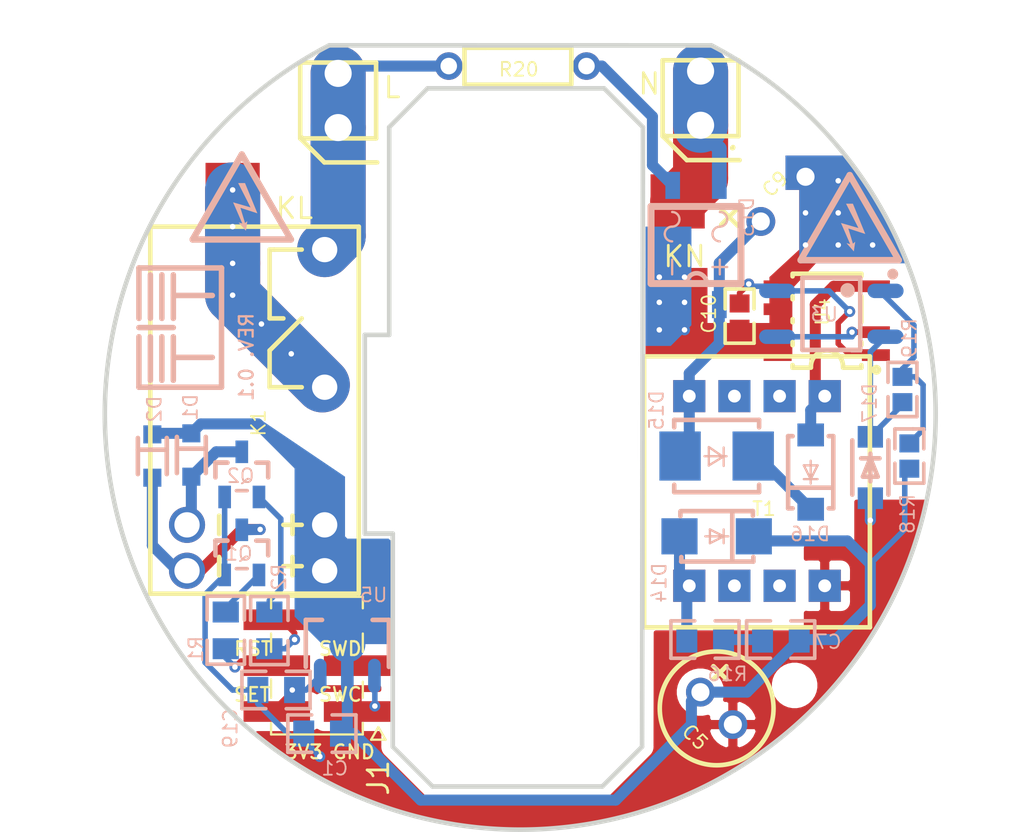
<source format=kicad_pcb>
(kicad_pcb (version 20171130) (host pcbnew 5.1.6-c6e7f7d~86~ubuntu18.04.1)

  (general
    (thickness 1.6)
    (drawings 25)
    (tracks 194)
    (zones 0)
    (modules 39)
    (nets 26)
  )

  (page A4)
  (layers
    (0 F.Cu signal)
    (31 B.Cu signal)
    (32 B.Adhes user)
    (33 F.Adhes user)
    (34 B.Paste user)
    (35 F.Paste user)
    (36 B.SilkS user)
    (37 F.SilkS user)
    (38 B.Mask user)
    (39 F.Mask user)
    (40 Dwgs.User user)
    (41 Cmts.User user hide)
    (42 Eco1.User user)
    (43 Eco2.User user)
    (44 Edge.Cuts user)
    (45 Margin user)
    (46 B.CrtYd user)
    (47 F.CrtYd user)
    (48 B.Fab user hide)
    (49 F.Fab user hide)
  )

  (setup
    (last_trace_width 0.25)
    (trace_clearance 0.2)
    (zone_clearance 0.508)
    (zone_45_only no)
    (trace_min 0.2)
    (via_size 0.8)
    (via_drill 0.4)
    (via_min_size 0.4)
    (via_min_drill 0.3)
    (uvia_size 0.3)
    (uvia_drill 0.1)
    (uvias_allowed no)
    (uvia_min_size 0.2)
    (uvia_min_drill 0.1)
    (edge_width 0.05)
    (segment_width 0.2)
    (pcb_text_width 0.3)
    (pcb_text_size 1.5 1.5)
    (mod_edge_width 0.12)
    (mod_text_size 1 1)
    (mod_text_width 0.15)
    (pad_size 1.524 1.524)
    (pad_drill 0.762)
    (pad_to_mask_clearance 0.05)
    (aux_axis_origin 0 0)
    (visible_elements FFFFFF7F)
    (pcbplotparams
      (layerselection 0x010fc_ffffffff)
      (usegerberextensions false)
      (usegerberattributes true)
      (usegerberadvancedattributes true)
      (creategerberjobfile true)
      (excludeedgelayer true)
      (linewidth 0.100000)
      (plotframeref false)
      (viasonmask false)
      (mode 1)
      (useauxorigin false)
      (hpglpennumber 1)
      (hpglpenspeed 20)
      (hpglpendiameter 15.000000)
      (psnegative false)
      (psa4output false)
      (plotreference true)
      (plotvalue true)
      (plotinvisibletext false)
      (padsonsilk false)
      (subtractmaskfromsilk false)
      (outputformat 1)
      (mirror false)
      (drillshape 1)
      (scaleselection 1)
      (outputdirectory ""))
  )

  (net 0 "")
  (net 1 +12V)
  (net 2 +3V3)
  (net 3 C7_1)
  (net 4 GND)
  (net 5 K1_15)
  (net 6 K1_16)
  (net 7 Q1_1)
  (net 8 Q2_1)
  (net 9 D16_1)
  (net 10 U4_2)
  (net 11 C10_1)
  (net 12 R_RST)
  (net 13 R_SET)
  (net 14 C10_2)
  (net 15 N)
  (net 16 L)
  (net 17 K1_5)
  (net 18 R19_1)
  (net 19 D15_2)
  (net 20 D15_1)
  (net 21 R16_1)
  (net 22 D13_1)
  (net 23 R18_1)
  (net 24 SWCLK)
  (net 25 SWDIO)

  (net_class Default "This is the default net class."
    (clearance 0.2)
    (trace_width 0.25)
    (via_dia 0.8)
    (via_drill 0.4)
    (uvia_dia 0.3)
    (uvia_drill 0.1)
    (add_net +12V)
    (add_net +3V3)
    (add_net C10_1)
    (add_net C10_2)
    (add_net C7_1)
    (add_net D13_1)
    (add_net D15_1)
    (add_net D15_2)
    (add_net D16_1)
    (add_net GND)
    (add_net K1_15)
    (add_net K1_16)
    (add_net K1_5)
    (add_net L)
    (add_net N)
    (add_net Q1_1)
    (add_net Q2_1)
    (add_net R16_1)
    (add_net R18_1)
    (add_net R19_1)
    (add_net R_RST)
    (add_net R_SET)
    (add_net SWCLK)
    (add_net SWDIO)
    (add_net U4_2)
  )

  (module easyeda:SO-8_7P-L4.9-W3.9-P1.27-LS5.9-BL-PE3 (layer F.Cu) (tedit 0) (tstamp 0)
    (at 131.826 53.213 90)
    (attr smd)
    (fp_text reference U4 (at -0.344 -0.219 90) (layer F.SilkS)
      (effects (font (size 0.762 0.762) (thickness 0.102)) (justify left))
    )
    (fp_text value LNK364DN-TL (at -0.254 -4.674 90) (layer F.Fab) hide
      (effects (font (size 1.143 1.143) (thickness 0.152)) (justify left))
    )
    (fp_line (start -2.6 1.918) (end -2.6 0.902) (layer F.SilkS) (width 0.254))
    (fp_line (start 2.6 -1.892) (end 2.6 1.918) (layer F.SilkS) (width 0.254))
    (fp_line (start -2.6 -1.892) (end -2.6 -0.876) (layer F.SilkS) (width 0.254))
    (fp_line (start -2.54 -1.892) (end -2.455 -1.892) (layer F.SilkS) (width 0.254))
    (fp_line (start -1.355 -1.892) (end -1.185 -1.892) (layer F.SilkS) (width 0.254))
    (fp_line (start -0.085 -1.892) (end 0.085 -1.892) (layer F.SilkS) (width 0.254))
    (fp_line (start 1.185 -1.892) (end 1.355 -1.892) (layer F.SilkS) (width 0.254))
    (fp_line (start 2.455 -1.892) (end 2.54 -1.892) (layer F.SilkS) (width 0.254))
    (fp_line (start -2.6 1.918) (end -2.46 1.918) (layer F.SilkS) (width 0.254))
    (fp_line (start -1.35 1.918) (end -1.19 1.918) (layer F.SilkS) (width 0.254))
    (fp_line (start -0.08 1.918) (end 1.35 1.918) (layer F.SilkS) (width 0.254))
    (fp_line (start 2.46 1.918) (end 2.6 1.918) (layer F.SilkS) (width 0.254))
    (fp_circle (center -2.718 2.743) (end -2.57 2.743) (layer F.SilkS) (width 0.254))
    (fp_arc (start -2.54 0.013) (end -2.54 -0.876) (angle 180) (layer F.SilkS) (width 0.254))
    (fp_text user ggebac468049775df37 (at 0 0) (layer Cmts.User)
      (effects (font (size 1 1) (thickness 0.15)))
    )
    (pad 1 smd rect (at -1.905 2.72 90) (size 0.65 1.55) (layers F.Cu F.Paste F.Mask)
      (net 11 C10_1))
    (pad 2 smd rect (at -0.635 2.72 90) (size 0.65 1.55) (layers F.Cu F.Paste F.Mask)
      (net 10 U4_2))
    (pad 4 smd rect (at 1.905 2.72 90) (size 0.65 1.55) (layers F.Cu F.Paste F.Mask)
      (net 9 D16_1))
    (pad 5 smd rect (at 1.905 -2.72 90) (size 0.65 1.55) (layers F.Cu F.Paste F.Mask)
      (net 14 C10_2))
    (pad 6 smd rect (at 0.635 -2.72 90) (size 0.65 1.55) (layers F.Cu F.Paste F.Mask)
      (net 14 C10_2))
    (pad 7 smd rect (at -0.635 -2.72 90) (size 0.65 1.55) (layers F.Cu F.Paste F.Mask)
      (net 14 C10_2))
    (pad 8 smd rect (at -1.905 -2.72 90) (size 0.65 1.55) (layers F.Cu F.Paste F.Mask)
      (net 14 C10_2))
    (model ${KISYS3DMOD}/Package_SO.3dshapes/PowerIntegrations_SO-8C.step
      (at (xyz 0 0 0))
      (scale (xyz 1 1 1))
      (rotate (xyz 0 0 -90))
    )
  )

  (module easyeda:R-0.25W-JNJ-300 (layer F.Cu) (tedit 0) (tstamp 0)
    (at 114.681 39.116)
    (fp_text reference R20 (at -1.081 0.184) (layer F.SilkS)
      (effects (font (size 0.762 0.762) (thickness 0.102)) (justify left))
    )
    (fp_text value 10/2W (at 0 -3.302) (layer F.Fab) hide
      (effects (font (size 1.143 1.143) (thickness 0.152)) (justify left))
    )
    (fp_line (start -2.912 -1.011) (end -2.912 1.021) (layer F.SilkS) (width 0.254))
    (fp_line (start -2.912 -1.011) (end 2.981 -1.017) (layer F.SilkS) (width 0.254))
    (fp_line (start -2.912 1.031) (end 2.981 1.027) (layer F.SilkS) (width 0.254))
    (fp_line (start 3.002 -1.011) (end 3.002 1.021) (layer F.SilkS) (width 0.254))
    (fp_text user gge9f9f375a01f0e12c (at 0 0) (layer Cmts.User)
      (effects (font (size 1 1) (thickness 0.15)))
    )
    (pad 1 thru_hole circle (at -3.783 0) (size 1.524 1.524) (drill 0.914) (layers *.Cu *.Paste *.Mask)
      (net 16 L))
    (pad 2 thru_hole circle (at 3.843 0) (size 1.524 1.524) (drill 0.914) (layers *.Cu *.Paste *.Mask)
      (net 22 D13_1))
    (model ${KISYS3DMOD}/Resistor_THT.3dshapes/R_Axial_DIN0204_L3.6mm_D1.6mm_P7.62mm_Horizontal.step
      (offset (xyz -3.75 0 0))
      (scale (xyz 1 1 1))
      (rotate (xyz 0 0 0))
    )
  )

  (module easyeda:0603 (layer F.Cu) (tedit 0) (tstamp 0)
    (at 127 52.959 270)
    (attr smd)
    (fp_text reference C10 (at 1.041 1.7 270) (layer F.SilkS)
      (effects (font (size 0.762 0.762) (thickness 0.102)) (justify left))
    )
    (fp_text value 100nF/50V (at 9.493 -3.508 90) (layer F.Fab) hide
      (effects (font (size 1.143 1.143) (thickness 0.152)) (justify left))
    )
    (fp_line (start 0.4 -0.8) (end 1.5 -0.8) (layer F.SilkS) (width 0.2))
    (fp_line (start 1.5 -0.8) (end 1.5 0.8) (layer F.SilkS) (width 0.2))
    (fp_line (start 1.5 0.8) (end 0.4 0.8) (layer F.SilkS) (width 0.2))
    (fp_line (start -0.4 -0.8) (end -1.5 -0.8) (layer F.SilkS) (width 0.2))
    (fp_line (start -1.5 -0.8) (end -1.5 0.2) (layer F.SilkS) (width 0.2))
    (fp_line (start -1.5 0.2) (end -1.5 0.8) (layer F.SilkS) (width 0.2))
    (fp_line (start -1.5 0.8) (end -0.4 0.8) (layer F.SilkS) (width 0.2))
    (fp_text user gge3e75135af30e0f04 (at 0 0) (layer Cmts.User)
      (effects (font (size 1 1) (thickness 0.15)))
    )
    (pad 1 smd rect (at -0.7 0 270) (size 1 1.1) (layers F.Cu F.Paste F.Mask)
      (net 11 C10_1))
    (pad 2 smd rect (at 0.7 0 270) (size 1 1.1) (layers F.Cu F.Paste F.Mask)
      (net 14 C10_2))
    (model ${KISYS3DMOD}/Capacitor_SMD.3dshapes/C_0603_1608Metric.step
      (at (xyz 0 0 0))
      (scale (xyz 1 1 1))
      (rotate (xyz 0 0 0))
    )
  )

  (module easyeda:CAP-TH_BD8.0-P3.50-D1.0-FD (layer F.Cu) (tedit 0) (tstamp 0)
    (at 129.413 46.482 45)
    (fp_text reference C9 (at -0.539 -0.898 45) (layer F.SilkS)
      (effects (font (size 0.762 0.762) (thickness 0.102)) (justify left))
    )
    (fp_text value 4.7uF/450V (at -0.76 -8.975) (layer F.Fab) hide
      (effects (font (size 1.143 1.143) (thickness 0.152)) (justify left))
    )
    (fp_line (start -2.817 -0.737) (end -2.817 -2.083) (layer F.SilkS) (width 0.254))
    (fp_line (start -2.182 -1.422) (end -3.426 -1.422) (layer F.SilkS) (width 0.254))
    (fp_arc (start 0.038 -4.001) (end 0.074 -4.001) (angle 180) (layer F.SilkS) (width 0.254))
    (fp_text user gge7ddfd2f632a8b17d (at 0 0) (layer Cmts.User)
      (effects (font (size 1 1) (thickness 0.15)))
    )
    (pad 2 thru_hole circle (at 1.75 0 135) (size 1.6 1.6) (drill 1) (layers *.Cu *.Paste *.Mask)
      (net 14 C10_2))
    (pad 1 thru_hole circle (at -1.75 0 135) (size 1.6 1.6) (drill 1) (layers *.Cu *.Paste *.Mask)
      (net 19 D15_2))
    (model ${KISYS3DMOD}/Capacitor_THT.3dshapes/C_Radial_D8.0mm_H11.5mm_P3.50mm.step
      (offset (xyz -1.75 0 0))
      (scale (xyz 1 1 1))
      (rotate (xyz 0 0 0))
    )
  )

  (module easyeda:CAP-TH_BD6.3-P2.50-D1.0-FD (layer F.Cu) (tedit 0) (tstamp 0)
    (at 125.73 74.676 315)
    (fp_text reference C5 (at -0.539 1.976 315) (layer F.SilkS)
      (effects (font (size 0.762 0.762) (thickness 0.102)) (justify left))
    )
    (fp_text value 330uF/16V (at 0.018 -1.374) (layer F.Fab) hide
      (effects (font (size 1.143 1.143) (thickness 0.152)) (justify left))
    )
    (fp_line (start -1.27 -2.032) (end -1.27 -1.016) (layer F.SilkS) (width 0.254))
    (fp_line (start -1.778 -1.524) (end -0.762 -1.524) (layer F.SilkS) (width 0.254))
    (fp_circle (center 0 0) (end 3.15 0) (layer F.SilkS) (width 0.254))
    (fp_text user ggeddba3c46cf8b8e66 (at 0 0) (layer Cmts.User)
      (effects (font (size 1 1) (thickness 0.15)))
    )
    (pad 1 thru_hole circle (at -1.27 0 315) (size 1.6 1.6) (drill 1) (layers *.Cu *.Paste *.Mask)
      (net 1 +12V))
    (pad 2 thru_hole circle (at 1.27 0 315) (size 1.6 1.6) (drill 1) (layers *.Cu *.Paste *.Mask)
      (net 4 GND))
    (model ${KISYS3DMOD}/Capacitor_THT.3dshapes/CP_Radial_D6.3mm_P2.50mm.step
      (offset (xyz -1.25 0 0))
      (scale (xyz 1 1 1))
      (rotate (xyz 0 0 0))
    )
  )

  (module easyeda:EE10A-1 (layer F.Cu) (tedit 0) (tstamp 0)
    (at 124.714 64.389)
    (fp_text reference T1 (at 2.921 -0.762) (layer F.SilkS)
      (effects (font (size 0.762 0.762) (thickness 0.102)) (justify left))
    )
    (fp_text value EE10A-1 (at 3.048 -10.378) (layer F.Fab) hide
      (effects (font (size 1.143 1.143) (thickness 0.152)) (justify left))
    )
    (fp_line (start -3 -9.2) (end 9.5 -9.2) (layer F.SilkS) (width 0.254))
    (fp_line (start 9.5 -9.2) (end 9.5 5.8) (layer F.SilkS) (width 0.254))
    (fp_line (start 9.5 5.8) (end -3 5.8) (layer F.SilkS) (width 0.254))
    (fp_line (start -3 5.8) (end -3 -9.2) (layer F.SilkS) (width 0.254))
    (fp_line (start 8.5 -8.2) (end 8.5 4.8) (layer Cmts.User) (width 0.254))
    (fp_line (start -2 -8.2) (end 8.5 -8.2) (layer Cmts.User) (width 0.254))
    (fp_line (start -2 4.8) (end -2 -8.2) (layer Cmts.User) (width 0.254))
    (fp_line (start 8.5 4.8) (end -2 4.8) (layer Cmts.User) (width 0.254))
    (fp_text user gge30cfce118f4fe85d (at 0 0) (layer Cmts.User)
      (effects (font (size 1 1) (thickness 0.15)))
    )
    (pad 5 thru_hole rect (at 7 3.5) (size 1.778 1.778) (drill 0.711) (layers *.Cu *.Paste *.Mask)
      (net 4 GND))
    (pad "" thru_hole rect (at 4.5 3.5) (size 1.778 1.778) (drill 0.711) (layers *.Cu *.Paste *.Mask))
    (pad "" thru_hole rect (at 2 3.5) (size 1.778 1.778) (drill 0.711) (layers *.Cu *.Paste *.Mask))
    (pad 8 thru_hole rect (at -0.5 3.5) (size 1.778 1.778) (drill 0.711) (layers *.Cu *.Paste *.Mask)
      (net 21 R16_1))
    (pad 1 thru_hole rect (at -0.5 -7) (size 1.778 1.778) (drill 0.711) (layers *.Cu *.Paste *.Mask)
      (net 19 D15_2))
    (pad 2 thru_hole rect (at 2 -7) (size 1.778 1.778) (drill 0.711) (layers *.Cu *.Paste *.Mask))
    (pad 3 thru_hole rect (at 4.5 -7) (size 1.778 1.778) (drill 0.711) (layers *.Cu *.Paste *.Mask))
    (pad 4 thru_hole rect (at 7 -7) (size 1.778 1.778) (drill 0.711) (layers *.Cu *.Paste *.Mask)
      (net 9 D16_1))
    (model ${KIPRJMOD}/models/EE-A1.step
      (offset (xyz 8.5 -4.5 0))
      (scale (xyz 1 1 1))
      (rotate (xyz 90 180 90))
    )
  )

  (module easyeda:RELAY-TH_HFE60-12-1HST-L2 (layer F.Cu) (tedit 0) (tstamp 0)
    (at 100.076 58.166 90)
    (fp_text reference K1 (at -1.521 0.289 90) (layer F.SilkS)
      (effects (font (size 0.762 0.762) (thickness 0.102)) (justify left))
    )
    (fp_text value HFE60-12-1HT-L2 (at -15.89 1.523 90) (layer F.Fab) hide
      (effects (font (size 1.143 1.143) (thickness 0.152)) (justify left))
    )
    (fp_line (start -10.16 5.842) (end 10.16 5.842) (layer F.SilkS) (width 0.254))
    (fp_line (start 10.16 5.842) (end 10.16 -5.558) (layer F.SilkS) (width 0.254))
    (fp_line (start 10.16 -5.7) (end -10.16 -5.7) (layer F.SilkS) (width 0.254))
    (fp_line (start -10.16 -5.7) (end -10.16 5.7) (layer F.SilkS) (width 0.254))
    (fp_line (start -9.144 2.174) (end -8.128 2.174) (layer F.SilkS) (width 0.254))
    (fp_line (start -8.636 1.666) (end -8.636 2.682) (layer F.SilkS) (width 0.254))
    (fp_line (start -6.858 2.174) (end -5.842 2.174) (layer F.SilkS) (width 0.254))
    (fp_line (start -6.35 1.666) (end -6.35 2.682) (layer F.SilkS) (width 0.254))
    (fp_line (start -9.144 -1.89) (end -8.128 -1.89) (layer F.SilkS) (width 0.254))
    (fp_line (start -6.858 -1.89) (end -5.842 -1.89) (layer F.SilkS) (width 0.254))
    (fp_line (start 1.27 2.682) (end 1.27 0.904) (layer F.SilkS) (width 0.254))
    (fp_line (start 1.27 0.904) (end 3.302 0.904) (layer F.SilkS) (width 0.254))
    (fp_line (start 3.302 0.904) (end 5.08 2.682) (layer F.SilkS) (width 0.254))
    (fp_line (start 8.89 2.682) (end 8.89 1.158) (layer F.SilkS) (width 0.254))
    (fp_line (start 8.89 1.158) (end 8.89 0.904) (layer F.SilkS) (width 0.254))
    (fp_line (start 8.89 0.904) (end 5.08 0.904) (layer F.SilkS) (width 0.254))
    (fp_line (start 5.08 0.904) (end 5.08 1.666) (layer F.SilkS) (width 0.254))
    (fp_text user gge4da78d22c74f1c2b (at 0 0) (layer Cmts.User)
      (effects (font (size 1 1) (thickness 0.15)))
    )
    (pad 1 thru_hole circle (at -8.89 3.952 90) (size 2 2) (drill 1.4) (layers *.Cu *.Paste *.Mask)
      (net 1 +12V))
    (pad 2 thru_hole circle (at -6.35 3.952 90) (size 2 2) (drill 1.4) (layers *.Cu *.Paste *.Mask)
      (net 1 +12V))
    (pad 8 thru_hole circle (at 8.89 3.952 90) (size 2 2) (drill 1.4) (layers *.Cu *.Paste *.Mask)
      (net 16 L))
    (pad 5 thru_hole circle (at 1.27 3.952 90) (size 2 2) (drill 1.4) (layers *.Cu *.Paste *.Mask)
      (net 17 K1_5))
    (pad 15 thru_hole circle (at -6.35 -3.668 90) (size 2 2) (drill 1.4) (layers *.Cu *.Paste *.Mask)
      (net 5 K1_15))
    (pad 16 thru_hole circle (at -8.89 -3.668 90) (size 2 2) (drill 1.4) (layers *.Cu *.Paste *.Mask)
      (net 6 K1_16))
    (model ${KISYS3DMOD}/Relay_THT.3dshapes/Relay_SPST_Finder_32.21-x300.step
      (offset (xyz -9 -4 0))
      (scale (xyz 1 1 1))
      (rotate (xyz 0 0 0))
    )
  )

  (module easyeda:2X3_SMT (layer F.Cu) (tedit 0) (tstamp 0)
    (at 103.378 72.771 90)
    (attr smd)
    (fp_text reference J1 (at -6.829 3.622 90) (layer F.SilkS)
      (effects (font (size 1.143 1.143) (thickness 0.152)) (justify left))
    )
    (fp_text value NRF_MODULE (at 0.254 -6.096 90) (layer F.Fab) hide
      (effects (font (size 1.143 1.143) (thickness 0.152)) (justify left))
    )
    (fp_line (start -1.318 -2.317) (end -0.302 -2.317) (layer F.SilkS) (width 0.127))
    (fp_line (start 1.222 -2.317) (end 2.238 -2.317) (layer F.SilkS) (width 0.127))
    (fp_line (start -1.318 2.763) (end -0.429 2.763) (layer F.SilkS) (width 0.127))
    (fp_line (start 1.222 2.763) (end 2.238 2.763) (layer F.SilkS) (width 0.127))
    (fp_line (start -2.715 -2.317) (end -3.35 -2.317) (layer F.SilkS) (width 0.127))
    (fp_line (start -3.35 -2.317) (end -3.35 2.763) (layer F.SilkS) (width 0.127))
    (fp_line (start -3.35 2.763) (end -2.715 2.763) (layer F.SilkS) (width 0.127))
    (fp_line (start 3.635 -2.317) (end 4.27 -2.317) (layer F.SilkS) (width 0.127))
    (fp_line (start 4.27 -2.317) (end 4.27 2.763) (layer F.SilkS) (width 0.127))
    (fp_line (start 4.27 2.763) (end 3.635 2.763) (layer F.SilkS) (width 0.127))
    (fp_line (start -2.269 1.301) (end -1.888 1.301) (layer Cmts.User) (width 0.01))
    (fp_line (start -1.888 1.301) (end -1.761 1.174) (layer Cmts.User) (width 0.01))
    (fp_line (start -1.761 1.174) (end -2.396 1.174) (layer Cmts.User) (width 0.01))
    (fp_line (start -2.396 1.174) (end -2.269 1.301) (layer Cmts.User) (width 0.01))
    (fp_line (start -2.269 1.301) (end -2.269 1.682) (layer Cmts.User) (width 0.01))
    (fp_line (start -2.269 1.682) (end -2.396 1.809) (layer Cmts.User) (width 0.01))
    (fp_line (start -2.396 1.809) (end -1.761 1.809) (layer Cmts.User) (width 0.01))
    (fp_line (start -1.761 1.809) (end -1.761 1.174) (layer Cmts.User) (width 0.01))
    (fp_line (start 0.144 -3.017) (end 0.779 -3.017) (layer Cmts.User) (width 0.01))
    (fp_line (start 0.779 -3.017) (end 0.652 -3.271) (layer Cmts.User) (width 0.01))
    (fp_line (start 0.652 -3.271) (end 0.271 -3.271) (layer Cmts.User) (width 0.01))
    (fp_line (start 0.271 -3.271) (end 0.144 -3.017) (layer Cmts.User) (width 0.01))
    (fp_line (start 0.144 -3.017) (end 0.144 -2.319) (layer Cmts.User) (width 0.01))
    (fp_line (start 0.144 -2.319) (end -0.301 -2.319) (layer Cmts.User) (width 0.01))
    (fp_line (start -0.301 -2.319) (end -0.301 2.761) (layer Cmts.User) (width 0.01))
    (fp_line (start -0.301 2.761) (end -0.809 2.253) (layer Cmts.User) (width 0.01))
    (fp_line (start -0.809 2.253) (end -1.317 2.761) (layer Cmts.User) (width 0.01))
    (fp_line (start -1.317 2.761) (end -1.317 -2.319) (layer Cmts.User) (width 0.01))
    (fp_line (start -1.317 -2.319) (end -2.396 -2.319) (layer Cmts.User) (width 0.01))
    (fp_line (start -2.396 -2.319) (end -2.841 -2.319) (layer Cmts.User) (width 0.01))
    (fp_line (start -2.841 -2.319) (end -3.349 -1.811) (layer Cmts.User) (width 0.01))
    (fp_line (start -3.349 -1.811) (end -3.349 2.253) (layer Cmts.User) (width 0.01))
    (fp_line (start -3.349 2.253) (end -2.841 2.761) (layer Cmts.User) (width 0.01))
    (fp_line (start -2.841 2.761) (end -2.841 -2.319) (layer Cmts.User) (width 0.01))
    (fp_line (start -1.317 2.761) (end -1.761 2.761) (layer Cmts.User) (width 0.01))
    (fp_line (start -1.761 2.761) (end -2.396 2.761) (layer Cmts.User) (width 0.01))
    (fp_line (start -2.396 2.761) (end -2.841 2.761) (layer Cmts.User) (width 0.01))
    (fp_line (start -1.888 -1.239) (end -2.269 -1.239) (layer Cmts.User) (width 0.01))
    (fp_line (start -2.269 -1.239) (end -2.269 -0.858) (layer Cmts.User) (width 0.01))
    (fp_line (start -2.269 -0.858) (end -1.888 -0.858) (layer Cmts.User) (width 0.01))
    (fp_line (start -1.888 -0.858) (end -1.761 -0.731) (layer Cmts.User) (width 0.01))
    (fp_line (start -1.761 -0.731) (end -1.761 -1.366) (layer Cmts.User) (width 0.01))
    (fp_line (start -1.761 -1.366) (end -1.888 -1.239) (layer Cmts.User) (width 0.01))
    (fp_line (start -1.888 -1.239) (end -1.888 -0.858) (layer Cmts.User) (width 0.01))
    (fp_line (start -2.269 -0.858) (end -2.396 -0.731) (layer Cmts.User) (width 0.01))
    (fp_line (start -2.396 -0.731) (end -2.396 -1.366) (layer Cmts.User) (width 0.01))
    (fp_line (start -2.396 -1.366) (end -2.269 -1.239) (layer Cmts.User) (width 0.01))
    (fp_line (start -1.317 -2.319) (end -0.809 -1.811) (layer Cmts.User) (width 0.01))
    (fp_line (start -0.809 -1.811) (end -0.301 -2.319) (layer Cmts.User) (width 0.01))
    (fp_line (start -1.761 -2.319) (end -1.761 -3.017) (layer Cmts.User) (width 0.01))
    (fp_line (start -1.761 -3.017) (end -1.888 -3.271) (layer Cmts.User) (width 0.01))
    (fp_line (start -1.888 -3.271) (end -2.269 -3.271) (layer Cmts.User) (width 0.01))
    (fp_line (start -2.269 -3.271) (end -2.396 -3.017) (layer Cmts.User) (width 0.01))
    (fp_line (start -2.396 -3.017) (end -1.761 -3.017) (layer Cmts.User) (width 0.01))
    (fp_line (start -2.269 1.682) (end -1.888 1.682) (layer Cmts.User) (width 0.01))
    (fp_line (start -1.888 1.682) (end -1.888 1.301) (layer Cmts.User) (width 0.01))
    (fp_line (start -1.761 1.809) (end -1.888 1.682) (layer Cmts.User) (width 0.01))
    (fp_line (start -2.396 -3.017) (end -2.396 -2.319) (layer Cmts.User) (width 0.01))
    (fp_line (start -1.761 -0.731) (end -2.396 -0.731) (layer Cmts.User) (width 0.01))
    (fp_line (start -1.761 -1.366) (end -2.396 -1.366) (layer Cmts.User) (width 0.01))
    (fp_line (start -1.761 2.761) (end -1.761 3.46) (layer Cmts.User) (width 0.01))
    (fp_line (start -1.761 3.46) (end -2.396 3.46) (layer Cmts.User) (width 0.01))
    (fp_line (start -2.396 3.46) (end -2.269 3.714) (layer Cmts.User) (width 0.01))
    (fp_line (start -2.269 3.714) (end -1.888 3.714) (layer Cmts.User) (width 0.01))
    (fp_line (start -1.888 3.714) (end -1.761 3.46) (layer Cmts.User) (width 0.01))
    (fp_line (start -2.396 1.174) (end -2.396 1.809) (layer Cmts.User) (width 0.01))
    (fp_line (start -2.396 2.761) (end -2.396 3.46) (layer Cmts.User) (width 0.01))
    (fp_line (start 0.271 1.301) (end 0.652 1.301) (layer Cmts.User) (width 0.01))
    (fp_line (start 0.652 1.301) (end 0.779 1.174) (layer Cmts.User) (width 0.01))
    (fp_line (start 0.779 1.174) (end 0.144 1.174) (layer Cmts.User) (width 0.01))
    (fp_line (start 0.144 1.174) (end 0.271 1.301) (layer Cmts.User) (width 0.01))
    (fp_line (start 0.271 1.301) (end 0.271 1.682) (layer Cmts.User) (width 0.01))
    (fp_line (start 0.271 1.682) (end 0.144 1.809) (layer Cmts.User) (width 0.01))
    (fp_line (start 0.144 1.809) (end 0.779 1.809) (layer Cmts.User) (width 0.01))
    (fp_line (start 0.779 1.809) (end 0.779 1.174) (layer Cmts.User) (width 0.01))
    (fp_line (start 2.684 -3.017) (end 3.319 -3.017) (layer Cmts.User) (width 0.01))
    (fp_line (start 3.319 -3.017) (end 3.192 -3.271) (layer Cmts.User) (width 0.01))
    (fp_line (start 3.192 -3.271) (end 2.811 -3.271) (layer Cmts.User) (width 0.01))
    (fp_line (start 2.811 -3.271) (end 2.684 -3.017) (layer Cmts.User) (width 0.01))
    (fp_line (start 2.684 -3.017) (end 2.684 -2.319) (layer Cmts.User) (width 0.01))
    (fp_line (start 2.684 -2.319) (end 2.239 -2.319) (layer Cmts.User) (width 0.01))
    (fp_line (start 2.239 -2.319) (end 2.239 2.761) (layer Cmts.User) (width 0.01))
    (fp_line (start 2.239 2.761) (end 1.731 2.253) (layer Cmts.User) (width 0.01))
    (fp_line (start 1.731 2.253) (end 1.223 2.761) (layer Cmts.User) (width 0.01))
    (fp_line (start 1.223 2.761) (end 1.223 -2.319) (layer Cmts.User) (width 0.01))
    (fp_line (start 1.223 -2.319) (end 0.144 -2.319) (layer Cmts.User) (width 0.01))
    (fp_line (start 1.223 2.761) (end 0.779 2.761) (layer Cmts.User) (width 0.01))
    (fp_line (start 0.779 2.761) (end 0.144 2.761) (layer Cmts.User) (width 0.01))
    (fp_line (start 0.144 2.761) (end -0.301 2.761) (layer Cmts.User) (width 0.01))
    (fp_line (start 0.652 -1.239) (end 0.271 -1.239) (layer Cmts.User) (width 0.01))
    (fp_line (start 0.271 -1.239) (end 0.271 -0.858) (layer Cmts.User) (width 0.01))
    (fp_line (start 0.271 -0.858) (end 0.652 -0.858) (layer Cmts.User) (width 0.01))
    (fp_line (start 0.652 -0.858) (end 0.779 -0.731) (layer Cmts.User) (width 0.01))
    (fp_line (start 0.779 -0.731) (end 0.779 -1.366) (layer Cmts.User) (width 0.01))
    (fp_line (start 0.779 -1.366) (end 0.652 -1.239) (layer Cmts.User) (width 0.01))
    (fp_line (start 0.652 -1.239) (end 0.652 -0.858) (layer Cmts.User) (width 0.01))
    (fp_line (start 0.271 -0.858) (end 0.144 -0.731) (layer Cmts.User) (width 0.01))
    (fp_line (start 0.144 -0.731) (end 0.144 -1.366) (layer Cmts.User) (width 0.01))
    (fp_line (start 0.144 -1.366) (end 0.271 -1.239) (layer Cmts.User) (width 0.01))
    (fp_line (start 1.223 -2.319) (end 1.731 -1.811) (layer Cmts.User) (width 0.01))
    (fp_line (start 1.731 -1.811) (end 2.239 -2.319) (layer Cmts.User) (width 0.01))
    (fp_line (start 0.779 -2.319) (end 0.779 -3.017) (layer Cmts.User) (width 0.01))
    (fp_line (start 0.271 1.682) (end 0.652 1.682) (layer Cmts.User) (width 0.01))
    (fp_line (start 0.652 1.682) (end 0.652 1.301) (layer Cmts.User) (width 0.01))
    (fp_line (start 0.779 1.809) (end 0.652 1.682) (layer Cmts.User) (width 0.01))
    (fp_line (start 0.779 -0.731) (end 0.144 -0.731) (layer Cmts.User) (width 0.01))
    (fp_line (start 0.779 -1.366) (end 0.144 -1.366) (layer Cmts.User) (width 0.01))
    (fp_line (start 0.779 2.761) (end 0.779 3.46) (layer Cmts.User) (width 0.01))
    (fp_line (start 0.779 3.46) (end 0.144 3.46) (layer Cmts.User) (width 0.01))
    (fp_line (start 0.144 3.46) (end 0.271 3.714) (layer Cmts.User) (width 0.01))
    (fp_line (start 0.271 3.714) (end 0.652 3.714) (layer Cmts.User) (width 0.01))
    (fp_line (start 0.652 3.714) (end 0.779 3.46) (layer Cmts.User) (width 0.01))
    (fp_line (start 0.144 1.174) (end 0.144 1.809) (layer Cmts.User) (width 0.01))
    (fp_line (start 0.144 2.761) (end 0.144 3.46) (layer Cmts.User) (width 0.01))
    (fp_line (start 2.811 1.301) (end 3.192 1.301) (layer Cmts.User) (width 0.01))
    (fp_line (start 3.192 1.301) (end 3.319 1.174) (layer Cmts.User) (width 0.01))
    (fp_line (start 3.319 1.174) (end 2.684 1.174) (layer Cmts.User) (width 0.01))
    (fp_line (start 2.684 1.174) (end 2.811 1.301) (layer Cmts.User) (width 0.01))
    (fp_line (start 2.811 1.301) (end 2.811 1.682) (layer Cmts.User) (width 0.01))
    (fp_line (start 2.811 1.682) (end 2.684 1.809) (layer Cmts.User) (width 0.01))
    (fp_line (start 2.684 1.809) (end 3.319 1.809) (layer Cmts.User) (width 0.01))
    (fp_line (start 3.319 1.809) (end 3.319 1.174) (layer Cmts.User) (width 0.01))
    (fp_line (start 3.763 -2.319) (end 4.271 -1.811) (layer Cmts.User) (width 0.01))
    (fp_line (start 4.271 -1.811) (end 4.271 2.253) (layer Cmts.User) (width 0.01))
    (fp_line (start 4.271 2.253) (end 3.763 2.761) (layer Cmts.User) (width 0.01))
    (fp_line (start 3.763 2.761) (end 3.763 -2.319) (layer Cmts.User) (width 0.01))
    (fp_line (start 3.763 -2.319) (end 2.684 -2.319) (layer Cmts.User) (width 0.01))
    (fp_line (start 3.763 2.761) (end 3.319 2.761) (layer Cmts.User) (width 0.01))
    (fp_line (start 3.319 2.761) (end 2.684 2.761) (layer Cmts.User) (width 0.01))
    (fp_line (start 2.684 2.761) (end 2.239 2.761) (layer Cmts.User) (width 0.01))
    (fp_line (start 3.192 -1.239) (end 2.811 -1.239) (layer Cmts.User) (width 0.01))
    (fp_line (start 2.811 -1.239) (end 2.811 -0.858) (layer Cmts.User) (width 0.01))
    (fp_line (start 2.811 -0.858) (end 3.192 -0.858) (layer Cmts.User) (width 0.01))
    (fp_line (start 3.192 -0.858) (end 3.319 -0.731) (layer Cmts.User) (width 0.01))
    (fp_line (start 3.319 -0.731) (end 3.319 -1.366) (layer Cmts.User) (width 0.01))
    (fp_line (start 3.319 -1.366) (end 3.192 -1.239) (layer Cmts.User) (width 0.01))
    (fp_line (start 3.192 -1.239) (end 3.192 -0.858) (layer Cmts.User) (width 0.01))
    (fp_line (start 2.811 -0.858) (end 2.684 -0.731) (layer Cmts.User) (width 0.01))
    (fp_line (start 2.684 -0.731) (end 2.684 -1.366) (layer Cmts.User) (width 0.01))
    (fp_line (start 2.684 -1.366) (end 2.811 -1.239) (layer Cmts.User) (width 0.01))
    (fp_line (start 3.319 -2.319) (end 3.319 -3.017) (layer Cmts.User) (width 0.01))
    (fp_line (start 2.811 1.682) (end 3.192 1.682) (layer Cmts.User) (width 0.01))
    (fp_line (start 3.192 1.682) (end 3.192 1.301) (layer Cmts.User) (width 0.01))
    (fp_line (start 3.319 1.809) (end 3.192 1.682) (layer Cmts.User) (width 0.01))
    (fp_line (start 3.319 -0.731) (end 2.684 -0.731) (layer Cmts.User) (width 0.01))
    (fp_line (start 3.319 -1.366) (end 2.684 -1.366) (layer Cmts.User) (width 0.01))
    (fp_line (start 3.319 2.761) (end 3.319 3.46) (layer Cmts.User) (width 0.01))
    (fp_line (start 3.319 3.46) (end 2.684 3.46) (layer Cmts.User) (width 0.01))
    (fp_line (start 2.684 3.46) (end 2.811 3.714) (layer Cmts.User) (width 0.01))
    (fp_line (start 2.811 3.714) (end 3.192 3.714) (layer Cmts.User) (width 0.01))
    (fp_line (start 3.192 3.714) (end 3.319 3.46) (layer Cmts.User) (width 0.01))
    (fp_line (start 2.684 1.174) (end 2.684 1.809) (layer Cmts.User) (width 0.01))
    (fp_line (start 2.684 2.761) (end 2.684 3.46) (layer Cmts.User) (width 0.01))
    (fp_line (start -3.64 3.222) (end -3.64 4.023) (layer F.SilkS) (width 0.127))
    (fp_line (start -3.64 4.023) (end -2.94 3.623) (layer F.SilkS) (width 0.127))
    (fp_line (start -2.94 3.623) (end -3.64 3.222) (layer F.SilkS) (width 0.127))
    (fp_text user gge0ddc3d6a5a7cd593 (at 0 0) (layer Cmts.User)
      (effects (font (size 1 1) (thickness 0.15)))
    )
    (pad 1 smd rect (at -2.08 2.445 90) (size 1.143 3.683) (layers F.Cu F.Paste F.Mask)
      (net 4 GND))
    (pad 2 smd rect (at -2.08 -2 90) (size 1.143 3.683) (layers F.Cu F.Paste F.Mask)
      (net 2 +3V3))
    (pad 3 smd rect (at 0.46 2.445 90) (size 1.143 3.683) (layers F.Cu F.Paste F.Mask)
      (net 24 SWCLK))
    (pad 4 smd rect (at 0.46 -2 90) (size 1.143 3.683) (layers F.Cu F.Paste F.Mask)
      (net 13 R_SET))
    (pad 5 smd rect (at 3 2.445 90) (size 1.143 3.683) (layers F.Cu F.Paste F.Mask)
      (net 25 SWDIO))
    (pad 6 smd rect (at 3 -2 90) (size 1.143 3.683) (layers F.Cu F.Paste F.Mask)
      (net 12 R_RST))
  )

  (module easyeda:0805 (layer F.Cu) (tedit 0) (tstamp 0)
    (at 103.886 76.073 180)
    (attr smd)
    (fp_text reference C1 (at -1.514 -1.927) (layer B.SilkS)
      (effects (font (size 0.762 0.762) (thickness 0.102)) (justify left mirror))
    )
    (fp_text value 22uF/16V (at -7.549 -4.361) (layer B.Fab) hide
      (effects (font (size 1.143 1.143) (thickness 0.152)) (justify left mirror))
    )
    (fp_line (start -0.555 1.035) (end -1.875 1.035) (layer B.SilkS) (width 0.2))
    (fp_line (start -1.875 1.035) (end -1.875 -1.035) (layer B.SilkS) (width 0.2))
    (fp_line (start -1.875 -1.035) (end -0.555 -1.035) (layer B.SilkS) (width 0.2))
    (fp_line (start 0.577 1.035) (end 1.897 1.035) (layer B.SilkS) (width 0.2))
    (fp_line (start 1.897 1.035) (end 1.897 -1.035) (layer B.SilkS) (width 0.2))
    (fp_line (start 1.897 -1.035) (end 0.577 -1.035) (layer B.SilkS) (width 0.2))
    (fp_text user ggeaceb7acc3d692ef4 (at 0 0) (layer Cmts.User)
      (effects (font (size 1 1) (thickness 0.15)))
    )
    (pad 1 smd rect (at 1.016 0 180) (size 1.16 1.45) (layers B.Cu B.Paste B.Mask)
      (net 4 GND))
    (pad 2 smd rect (at -1.016 0 180) (size 1.16 1.45) (layers B.Cu B.Paste B.Mask)
      (net 1 +12V))
    (model ${KISYS3DMOD}/Capacitor_SMD.3dshapes/C_0603_1608Metric.step
      (offset (xyz 0 0 -1.75))
      (scale (xyz 1 1 1))
      (rotate (xyz 0 180 0))
    )
  )

  (module easyeda:SOD-323_L1.8-W1.3-LS2.5-RD (layer F.Cu) (tedit 0) (tstamp 0)
    (at 94.488 60.706 90)
    (attr smd)
    (fp_text reference D2 (at 3.406 0.112 90) (layer B.SilkS)
      (effects (font (size 0.762 0.762) (thickness 0.102)) (justify left mirror))
    )
    (fp_text value 1N4148WS (at 0.084 -3.048 90) (layer B.Fab) hide
      (effects (font (size 1.143 1.143) (thickness 0.152)) (justify left mirror))
    )
    (fp_line (start 1 -0.8) (end -1 -0.8) (layer B.SilkS) (width 0.254))
    (fp_line (start 1 0.8) (end -1 0.8) (layer B.SilkS) (width 0.254))
    (fp_line (start 0.351 -0.8) (end 0.351 0.8) (layer B.SilkS) (width 0.254))
    (fp_text user ggec3f3b7e6cf30c5c4 (at 0 0) (layer Cmts.User)
      (effects (font (size 1 1) (thickness 0.15)))
    )
    (pad 2 smd rect (at -1.2 0 270) (size 1 1) (layers B.Cu B.Paste B.Mask)
      (net 6 K1_16))
    (pad 1 smd rect (at 1.2 0 270) (size 1 1) (layers B.Cu B.Paste B.Mask)
      (net 1 +12V))
    (model ${KISYS3DMOD}/Diode_SMD.3dshapes/D_SOD-123.step
      (offset (xyz 0 0 -1.75))
      (scale (xyz 1 1 1))
      (rotate (xyz 0 180 0))
    )
  )

  (module easyeda:SOD-323_L1.8-W1.3-LS2.5-RD (layer F.Cu) (tedit 0) (tstamp 0)
    (at 96.647 60.649 90)
    (attr smd)
    (fp_text reference D1 (at 3.449 -0.047 90) (layer B.SilkS)
      (effects (font (size 0.762 0.762) (thickness 0.102)) (justify left mirror))
    )
    (fp_text value 1N4148WS (at 0.084 -3.048 90) (layer B.Fab) hide
      (effects (font (size 1.143 1.143) (thickness 0.152)) (justify left mirror))
    )
    (fp_line (start 1 -0.8) (end -1 -0.8) (layer B.SilkS) (width 0.254))
    (fp_line (start 1 0.8) (end -1 0.8) (layer B.SilkS) (width 0.254))
    (fp_line (start 0.351 -0.8) (end 0.351 0.8) (layer B.SilkS) (width 0.254))
    (fp_text user gge3afc809f62a8eace (at 0 0) (layer Cmts.User)
      (effects (font (size 1 1) (thickness 0.15)))
    )
    (pad 2 smd rect (at -1.2 0 270) (size 1 1) (layers B.Cu B.Paste B.Mask)
      (net 5 K1_15))
    (pad 1 smd rect (at 1.2 0 270) (size 1 1) (layers B.Cu B.Paste B.Mask)
      (net 1 +12V))
    (model ${KISYS3DMOD}/Diode_SMD.3dshapes/D_SOD-123.step
      (offset (xyz 0 0 -1.75))
      (scale (xyz 1 1 1))
      (rotate (xyz 0 180 0))
    )
  )

  (module easyeda:SOD-123_L2.8-W1.8-LS3.7-RD (layer F.Cu) (tedit 0) (tstamp 0)
    (at 134.239 61.341 90)
    (attr smd)
    (fp_text reference D17 (at 4.741 -0.039 90) (layer B.SilkS)
      (effects (font (size 0.762 0.762) (thickness 0.102)) (justify left mirror))
    )
    (fp_text value MMSZ5242 (at -8.479 -4.215 -90) (layer B.Fab) hide
      (effects (font (size 1.143 1.143) (thickness 0.152)) (justify left mirror))
    )
    (fp_line (start 0.508 0) (end -0.508 -0.406) (layer B.SilkS) (width 0.254))
    (fp_line (start -0.508 -0.406) (end -0.508 0.406) (layer B.SilkS) (width 0.254))
    (fp_line (start -0.508 0.406) (end 0.508 0) (layer B.SilkS) (width 0.254))
    (fp_line (start 1.5 -1) (end -1.5 -1) (layer B.SilkS) (width 0.254))
    (fp_line (start 1.5 1) (end -1.5 1) (layer B.SilkS) (width 0.254))
    (fp_line (start 0.508 -0.508) (end 0.508 0.508) (layer B.SilkS) (width 0.254))
    (fp_line (start 0.762 0) (end -0.762 0) (layer B.SilkS) (width 0.254))
    (fp_text user ggec78e401042ffeb04 (at 0 0) (layer Cmts.User)
      (effects (font (size 1 1) (thickness 0.15)))
    )
    (pad 1 smd rect (at 1.7 0 90) (size 1.2 1.4) (layers B.Cu B.Paste B.Mask)
      (net 18 R19_1))
    (pad 2 smd rect (at -1.7 0 90) (size 1.2 1.4) (layers B.Cu B.Paste B.Mask)
      (net 4 GND))
    (model ${KISYS3DMOD}/Diode_SMD.3dshapes/D_SOD-123.step
      (offset (xyz 0 0 -1.75))
      (scale (xyz 1 1 1))
      (rotate (xyz 0 180 0))
    )
  )

  (module easyeda:0805 (layer F.Cu) (tedit 0) (tstamp 0)
    (at 100.965 70.358 270)
    (attr smd)
    (fp_text reference R2 (at -3.758 -0.535 270) (layer B.SilkS)
      (effects (font (size 0.762 0.762) (thickness 0.102)) (justify left mirror))
    )
    (fp_text value 4K7 (at -2.667 -4.519 90) (layer B.Fab) hide
      (effects (font (size 1.143 1.143) (thickness 0.152)) (justify left mirror))
    )
    (fp_line (start -0.555 1.035) (end -1.875 1.035) (layer B.SilkS) (width 0.2))
    (fp_line (start -1.875 1.035) (end -1.875 -1.035) (layer B.SilkS) (width 0.2))
    (fp_line (start -1.875 -1.035) (end -0.555 -1.035) (layer B.SilkS) (width 0.2))
    (fp_line (start 0.577 1.035) (end 1.897 1.035) (layer B.SilkS) (width 0.2))
    (fp_line (start 1.897 1.035) (end 1.897 -1.035) (layer B.SilkS) (width 0.2))
    (fp_line (start 1.897 -1.035) (end 0.577 -1.035) (layer B.SilkS) (width 0.2))
    (fp_text user gge6b6597d36b38bbc6 (at 0 0) (layer Cmts.User)
      (effects (font (size 1 1) (thickness 0.15)))
    )
    (pad 1 smd rect (at 1.016 0 270) (size 1.16 1.45) (layers B.Cu B.Paste B.Mask)
      (net 12 R_RST))
    (pad 2 smd rect (at -1.016 0 270) (size 1.16 1.45) (layers B.Cu B.Paste B.Mask)
      (net 8 Q2_1))
    (model ${KISYS3DMOD}/Resistor_SMD.3dshapes/R_0603_1608Metric.step
      (offset (xyz 0 0 -1.75))
      (scale (xyz 1 1 1))
      (rotate (xyz 0 180 0))
    )
  )

  (module easyeda:0805 (layer F.Cu) (tedit 0) (tstamp 0)
    (at 98.552 70.358 90)
    (attr smd)
    (fp_text reference R1 (at -0.242 -1.652 90) (layer B.SilkS)
      (effects (font (size 0.762 0.762) (thickness 0.102)) (justify left mirror))
    )
    (fp_text value 4K7 (at 0.254 -3.302 90) (layer B.Fab) hide
      (effects (font (size 1.143 1.143) (thickness 0.152)) (justify left mirror))
    )
    (fp_line (start -0.555 1.035) (end -1.875 1.035) (layer B.SilkS) (width 0.2))
    (fp_line (start -1.875 1.035) (end -1.875 -1.035) (layer B.SilkS) (width 0.2))
    (fp_line (start -1.875 -1.035) (end -0.555 -1.035) (layer B.SilkS) (width 0.2))
    (fp_line (start 0.577 1.035) (end 1.897 1.035) (layer B.SilkS) (width 0.2))
    (fp_line (start 1.897 1.035) (end 1.897 -1.035) (layer B.SilkS) (width 0.2))
    (fp_line (start 1.897 -1.035) (end 0.577 -1.035) (layer B.SilkS) (width 0.2))
    (fp_text user gge0ca2e7e040f19987 (at 0 0) (layer Cmts.User)
      (effects (font (size 1 1) (thickness 0.15)))
    )
    (pad 1 smd rect (at 1.016 0 90) (size 1.16 1.45) (layers B.Cu B.Paste B.Mask)
      (net 7 Q1_1))
    (pad 2 smd rect (at -1.016 0 90) (size 1.16 1.45) (layers B.Cu B.Paste B.Mask)
      (net 13 R_SET))
    (model ${KISYS3DMOD}/Resistor_SMD.3dshapes/R_0603_1608Metric.step
      (offset (xyz 0 0 -1.75))
      (scale (xyz 1 1 1))
      (rotate (xyz 0 180 0))
    )
  )

  (module easyeda:0805 (layer F.Cu) (tedit 0) (tstamp 0)
    (at 101.346 73.66 180)
    (attr smd)
    (fp_text reference C19 (at 2.546 -0.94 -90) (layer B.SilkS)
      (effects (font (size 0.762 0.762) (thickness 0.102)) (justify left mirror))
    )
    (fp_text value 22uF/6.3V (at -8.463 -4.361) (layer B.Fab) hide
      (effects (font (size 1.143 1.143) (thickness 0.152)) (justify left mirror))
    )
    (fp_line (start -0.555 1.035) (end -1.875 1.035) (layer B.SilkS) (width 0.2))
    (fp_line (start -1.875 1.035) (end -1.875 -1.035) (layer B.SilkS) (width 0.2))
    (fp_line (start -1.875 -1.035) (end -0.555 -1.035) (layer B.SilkS) (width 0.2))
    (fp_line (start 0.577 1.035) (end 1.897 1.035) (layer B.SilkS) (width 0.2))
    (fp_line (start 1.897 1.035) (end 1.897 -1.035) (layer B.SilkS) (width 0.2))
    (fp_line (start 1.897 -1.035) (end 0.577 -1.035) (layer B.SilkS) (width 0.2))
    (fp_text user ggeacb3aa46823a4e26 (at 0 0) (layer Cmts.User)
      (effects (font (size 1 1) (thickness 0.15)))
    )
    (pad 1 smd rect (at 1.016 0 180) (size 1.16 1.45) (layers B.Cu B.Paste B.Mask)
      (net 4 GND))
    (pad 2 smd rect (at -1.016 0 180) (size 1.16 1.45) (layers B.Cu B.Paste B.Mask)
      (net 2 +3V3))
    (model ${KISYS3DMOD}/Capacitor_SMD.3dshapes/C_0603_1608Metric.step
      (offset (xyz 0 0 -1.75))
      (scale (xyz 1 1 1))
      (rotate (xyz 0 180 0))
    )
  )

  (module easyeda:IEC_HIGHVOLTAGE_SMALL (layer F.Cu) (tedit 0) (tstamp 0)
    (at 99.441 46.482)
    (fp_text reference HV1 (at -1.143 -2.794) (layer Cmts.User)
      (effects (font (size 1.143 1.143) (thickness 0.152)) (justify left))
    )
    (fp_text value IEC_HighVoltage (at 0 -4.572) (layer B.Fab) hide
      (effects (font (size 1.143 1.143) (thickness 0.152)) (justify left mirror))
    )
    (fp_line (start 0 -2.472) (end 2.718 2.235) (layer B.SilkS) (width 0.356))
    (fp_line (start 2.718 2.235) (end -2.718 2.235) (layer B.SilkS) (width 0.356))
    (fp_line (start -2.718 2.235) (end 0 -2.472) (layer B.SilkS) (width 0.356))
    (fp_poly (pts (xy 0.178 -0.889) (xy -0.203 -0.889) (xy 0.483 0.457) (xy -0.483 0.178)
      (xy 0.025 1.346) (xy -0.178 1.295) (xy 0.229 1.753) (xy 0.305 1.219)
      (xy 0.178 1.321) (xy -0.076 0.483) (xy 0.864 0.787)) (layer B.SilkS) (width 0))
    (fp_text user gge88001ba29cc34c0b (at 0 0) (layer Cmts.User)
      (effects (font (size 1 1) (thickness 0.15)))
    )
  )

  (module "easyeda:SOT-23(SOT-23-3)" (layer F.Cu) (tedit 0) (tstamp 0)
    (at 99.441 61.722)
    (attr smd)
    (fp_text reference Q2 (at 0.759 0.078) (layer B.SilkS)
      (effects (font (size 0.762 0.762) (thickness 0.102)) (justify left mirror))
    )
    (fp_text value MMBT3904 (at 0 -3.81) (layer B.Fab) hide
      (effects (font (size 1.143 1.143) (thickness 0.152)) (justify left mirror))
    )
    (fp_line (start -0.8 -0.65) (end -1.46 -0.65) (layer B.SilkS) (width 0.254))
    (fp_line (start -1.46 -0.65) (end -0.8 -0.65) (layer B.SilkS) (width 0.254))
    (fp_line (start -0.8 -0.65) (end -1.46 -0.65) (layer B.SilkS) (width 0.254))
    (fp_line (start -1.46 -0.65) (end -1.46 0.165) (layer B.SilkS) (width 0.254))
    (fp_line (start 1.46 0.165) (end 1.46 -0.65) (layer B.SilkS) (width 0.254))
    (fp_line (start 1.46 -0.65) (end 0.8 -0.65) (layer B.SilkS) (width 0.254))
    (fp_line (start 0.3 0.9) (end -0.3 0.9) (layer B.SilkS) (width 0.2))
    (fp_text user gge8bf6b37316b17204 (at 0 0) (layer Cmts.User)
      (effects (font (size 1 1) (thickness 0.15)))
    )
    (pad 3 smd rect (at 0 -1.25 180) (size 0.7 1.25) (layers B.Cu B.Paste B.Mask)
      (net 5 K1_15))
    (pad 2 smd rect (at -0.95 1.25 180) (size 0.7 1.25) (layers B.Cu B.Paste B.Mask)
      (net 4 GND))
    (pad 1 smd rect (at 0.95 1.25 180) (size 0.7 1.25) (layers B.Cu B.Paste B.Mask)
      (net 8 Q2_1))
    (model ${KISYS3DMOD}/Package_TO_SOT_SMD.3dshapes/SOT-23.step
      (offset (xyz 0 0 -1.75))
      (scale (xyz 1 1 1))
      (rotate (xyz 0 180 90))
    )
  )

  (module easyeda:SOT-89-3_L4.5-W2.5-P1.50-LS4.2-BR (layer F.Cu) (tedit 0) (tstamp 0)
    (at 105.283 71.628 90)
    (attr smd)
    (fp_text reference U5 (at 3.228 2.286) (layer B.SilkS)
      (effects (font (size 0.762 0.762) (thickness 0.102)) (justify left mirror))
    )
    (fp_text value MCP1703T-3302 (at 0.274 -3.479 90) (layer B.Fab) hide
      (effects (font (size 1.143 1.143) (thickness 0.152)) (justify left mirror))
    )
    (fp_line (start 1.85 -1.4) (end 1.85 -2.3) (layer B.SilkS) (width 0.254))
    (fp_line (start 1.85 -2.3) (end -0.75 -2.3) (layer B.SilkS) (width 0.254))
    (fp_line (start -0.75 2.3) (end 1.85 2.3) (layer B.SilkS) (width 0.254))
    (fp_line (start 1.85 2.3) (end 1.85 1.4) (layer B.SilkS) (width 0.254))
    (fp_text user gge48f0ae2437312dae (at 0 0) (layer Cmts.User)
      (effects (font (size 1 1) (thickness 0.15)))
    )
    (pad 2 smd oval (at 1.25 0 180) (size 2 3.5) (layers B.Cu B.Paste B.Mask)
      (net 1 +12V))
    (pad 2 smd oval (at -1.151 0 180) (size 0.7 2.1) (layers B.Cu B.Paste B.Mask)
      (net 1 +12V))
    (pad 3 smd oval (at -1.25 -1.501 180) (size 0.7 1.9) (layers B.Cu B.Paste B.Mask)
      (net 2 +3V3))
    (pad 1 smd oval (at -1.25 1.501 180) (size 0.7 1.9) (layers B.Cu B.Paste B.Mask)
      (net 4 GND))
    (model ${KISYS3DMOD}/Package_TO_SOT_SMD.3dshapes/SOT-89-3.step
      (offset (xyz 0 0 -1.75))
      (scale (xyz 1 1 1))
      (rotate (xyz 0 180 180))
    )
  )

  (module "easyeda:SOT-23(SOT-23-3)" (layer F.Cu) (tedit 0) (tstamp 0)
    (at 99.441 66.04)
    (attr smd)
    (fp_text reference Q1 (at 0.659 0.06) (layer B.SilkS)
      (effects (font (size 0.762 0.762) (thickness 0.102)) (justify left mirror))
    )
    (fp_text value MMBT3904 (at 0 -3.157) (layer B.Fab) hide
      (effects (font (size 1.143 1.143) (thickness 0.152)) (justify left mirror))
    )
    (fp_line (start -0.8 -0.65) (end -1.46 -0.65) (layer B.SilkS) (width 0.254))
    (fp_line (start -1.46 -0.65) (end -0.8 -0.65) (layer B.SilkS) (width 0.254))
    (fp_line (start -0.8 -0.65) (end -1.46 -0.65) (layer B.SilkS) (width 0.254))
    (fp_line (start -1.46 -0.65) (end -1.46 0.165) (layer B.SilkS) (width 0.254))
    (fp_line (start 1.46 0.165) (end 1.46 -0.65) (layer B.SilkS) (width 0.254))
    (fp_line (start 1.46 -0.65) (end 0.8 -0.65) (layer B.SilkS) (width 0.254))
    (fp_line (start 0.3 0.9) (end -0.3 0.9) (layer B.SilkS) (width 0.2))
    (fp_text user gge4c27cd76e8dbac26 (at 0 0) (layer Cmts.User)
      (effects (font (size 1 1) (thickness 0.15)))
    )
    (pad 3 smd rect (at 0 -1.25 180) (size 0.7 1.25) (layers B.Cu B.Paste B.Mask)
      (net 6 K1_16))
    (pad 2 smd rect (at -0.95 1.25 180) (size 0.7 1.25) (layers B.Cu B.Paste B.Mask)
      (net 4 GND))
    (pad 1 smd rect (at 0.95 1.25 180) (size 0.7 1.25) (layers B.Cu B.Paste B.Mask)
      (net 7 Q1_1))
    (model ${KISYS3DMOD}/Package_TO_SOT_SMD.3dshapes/SOT-23.step
      (offset (xyz 0 0 -1.75))
      (scale (xyz 1 1 1))
      (rotate (xyz 0 180 90))
    )
  )

  (module easyeda:SMA_L4.3-W2.6-LS5.2-FD (layer F.Cu) (tedit 0) (tstamp 0)
    (at 125.73 65.151 180)
    (attr smd)
    (fp_text reference D14 (at 3.175 -1.397 90) (layer B.SilkS)
      (effects (font (size 0.762 0.762) (thickness 0.102)) (justify left mirror))
    )
    (fp_text value SS14 (at 0.102 -2.576 180) (layer B.Fab) hide
      (effects (font (size 1.143 1.143) (thickness 0.152)) (justify left mirror))
    )
    (fp_line (start -0.864 -1.245) (end -0.864 1.245) (layer B.SilkS) (width 0.254))
    (fp_line (start 0.627 0) (end -0.643 0) (layer B.SilkS) (width 0.127))
    (fp_line (start 0.373 0) (end 0.373 0.381) (layer B.SilkS) (width 0.127))
    (fp_line (start 0.373 0.381) (end -0.389 0) (layer B.SilkS) (width 0.127))
    (fp_line (start -0.389 0) (end -0.389 0.381) (layer B.SilkS) (width 0.127))
    (fp_line (start 0.373 0) (end 0.373 -0.381) (layer B.SilkS) (width 0.127))
    (fp_line (start 0.373 -0.381) (end -0.389 0) (layer B.SilkS) (width 0.127))
    (fp_line (start -0.389 0) (end -0.389 -0.381) (layer B.SilkS) (width 0.127))
    (fp_line (start 2.007 1.367) (end 2.007 1.118) (layer B.SilkS) (width 0.254))
    (fp_line (start 1.956 -1.147) (end 1.956 -1.397) (layer B.SilkS) (width 0.254))
    (fp_line (start -2.007 1.397) (end 1.991 1.397) (layer B.SilkS) (width 0.254))
    (fp_line (start -2.007 1.397) (end -2.007 1.147) (layer B.SilkS) (width 0.254))
    (fp_line (start -2.032 -1.147) (end -2.032 -1.397) (layer B.SilkS) (width 0.254))
    (fp_line (start 1.966 -1.397) (end -2.032 -1.397) (layer B.SilkS) (width 0.254))
    (fp_text user ggef1c346e37d3cba37 (at 0 0) (layer Cmts.User)
      (effects (font (size 1 1) (thickness 0.15)))
    )
    (pad 2 smd rect (at -2.057 0 180) (size 2 2) (layers B.Cu B.Paste B.Mask)
      (net 1 +12V))
    (pad 1 smd rect (at 2.057 0 180) (size 2 2) (layers B.Cu B.Paste B.Mask)
      (net 21 R16_1))
    (model ${KISYS3DMOD}/Diode_SMD.3dshapes/D_SMA.step
      (offset (xyz 0 0 -1.75))
      (scale (xyz 1 1 1))
      (rotate (xyz 0 180 0))
    )
  )

  (module easyeda:SMB_L4.6-W3.6-LS5.3-RD (layer F.Cu) (tedit 0) (tstamp 0)
    (at 125.73 60.706)
    (attr smd)
    (fp_text reference D15 (at -3.33 -3.706 90) (layer B.SilkS)
      (effects (font (size 0.762 0.762) (thickness 0.102)) (justify left mirror))
    )
    (fp_text value SMBJ130A (at 3.377 -2.778) (layer B.Fab) hide
      (effects (font (size 1.143 1.143) (thickness 0.152)) (justify left mirror))
    )
    (fp_line (start 2.35 -2) (end -2.35 -2) (layer B.SilkS) (width 0.254))
    (fp_line (start -0.433 -0.5) (end 0.35 0.04) (layer B.SilkS) (width 0.127))
    (fp_line (start -0.433 0.53) (end -0.433 -0.486) (layer B.SilkS) (width 0.127))
    (fp_line (start 0.389 -0.47) (end 0.389 0.546) (layer B.SilkS) (width 0.127))
    (fp_line (start 0.548 0.01) (end -0.671 0.01) (layer B.SilkS) (width 0.127))
    (fp_line (start 0.35 0.04) (end -0.433 0.52) (layer B.SilkS) (width 0.127))
    (fp_line (start 2.35 2) (end -2.35 2) (layer B.SilkS) (width 0.254))
    (fp_line (start 2.35 -2) (end 2.35 -1.591) (layer B.SilkS) (width 0.254))
    (fp_line (start 2.35 1.591) (end 2.35 2) (layer B.SilkS) (width 0.254))
    (fp_line (start -2.35 -2) (end -2.35 -1.591) (layer B.SilkS) (width 0.254))
    (fp_line (start -2.35 1.591) (end -2.35 2) (layer B.SilkS) (width 0.254))
    (fp_text user ggeff96faf82be08131 (at 0 0) (layer Cmts.User)
      (effects (font (size 1 1) (thickness 0.15)))
    )
    (pad 1 smd rect (at 2.025 0) (size 2.29 2.72) (layers B.Cu B.Paste B.Mask)
      (net 20 D15_1))
    (pad 2 smd rect (at -2.025 0) (size 2.29 2.72) (layers B.Cu B.Paste B.Mask)
      (net 19 D15_2))
    (model ${KISYS3DMOD}/Diode_SMD.3dshapes/D_SMB.step
      (offset (xyz 0 0 -1.75))
      (scale (xyz 1 1 1))
      (rotate (xyz 0 180 0))
    )
  )

  (module "easyeda:SMA(DO-214AC)" (layer F.Cu) (tedit 0) (tstamp 0)
    (at 130.937 61.595 90)
    (attr smd)
    (fp_text reference D16 (at -3.429 1.143) (layer B.SilkS)
      (effects (font (size 0.762 0.762) (thickness 0.102)) (justify left mirror))
    )
    (fp_text value US1M (at 0.152 -2.428 90) (layer B.Fab) hide
      (effects (font (size 1.143 1.143) (thickness 0.152)) (justify left mirror))
    )
    (fp_line (start 0.627 0) (end -0.643 0) (layer B.SilkS) (width 0.127))
    (fp_line (start 0.373 0) (end 0.373 0.381) (layer B.SilkS) (width 0.127))
    (fp_line (start 0.373 0.381) (end -0.389 0) (layer B.SilkS) (width 0.127))
    (fp_line (start -0.389 0) (end -0.389 0.381) (layer B.SilkS) (width 0.127))
    (fp_line (start 0.373 0) (end 0.373 -0.381) (layer B.SilkS) (width 0.127))
    (fp_line (start 0.373 -0.381) (end -0.389 0) (layer B.SilkS) (width 0.127))
    (fp_line (start -0.389 0) (end -0.389 -0.381) (layer B.SilkS) (width 0.127))
    (fp_line (start 1.991 1.25) (end 1.991 1) (layer B.SilkS) (width 0.254))
    (fp_line (start 1.991 -1) (end 1.991 -1.25) (layer B.SilkS) (width 0.254))
    (fp_line (start -2.007 1.25) (end 1.991 1.25) (layer B.SilkS) (width 0.254))
    (fp_line (start -2.007 1.25) (end -2.007 1) (layer B.SilkS) (width 0.254))
    (fp_line (start -2.007 -1) (end -2.007 -1.25) (layer B.SilkS) (width 0.254))
    (fp_line (start 1.991 -1.25) (end -2.007 -1.25) (layer B.SilkS) (width 0.254))
    (fp_line (start -0.864 -1.245) (end -0.864 1.245) (layer B.SilkS) (width 0.254))
    (fp_text user gge643ee5a57f85a719 (at 0 0) (layer Cmts.User)
      (effects (font (size 1 1) (thickness 0.15)))
    )
    (pad 1 smd rect (at 2.057 0 90) (size 1.27 1.471) (layers B.Cu B.Paste B.Mask)
      (net 9 D16_1))
    (pad 2 smd rect (at -2.057 0 90) (size 1.27 1.471) (layers B.Cu B.Paste B.Mask)
      (net 20 D15_1))
    (model ${KISYS3DMOD}/Diode_SMD.3dshapes/D_SMA.step
      (offset (xyz 0 0 -1.75))
      (scale (xyz 1 1 1))
      (rotate (xyz 0 180 0))
    )
  )

  (module easyeda:MBS (layer F.Cu) (tedit 0) (tstamp 0)
    (at 124.587 49.022 90)
    (attr smd)
    (fp_text reference D13 (at 2.722 2.813 -90) (layer B.SilkS)
      (effects (font (size 0.762 0.762) (thickness 0.102)) (justify left mirror))
    )
    (fp_text value MB6S (at 1.508 -3.667 90) (layer B.Fab) hide
      (effects (font (size 1.143 1.143) (thickness 0.152)) (justify left mirror))
    )
    (fp_line (start -1.626 -1.321) (end -0.813 -1.321) (layer B.SilkS) (width 0.129))
    (fp_line (start -1.626 1.318) (end -0.813 1.318) (layer B.SilkS) (width 0.129))
    (fp_line (start -1.219 0.914) (end -1.219 1.727) (layer B.SilkS) (width 0.129))
    (fp_line (start 2.134 -2.489) (end 2.134 2.489) (layer B.SilkS) (width 0.387))
    (fp_line (start 2.134 2.489) (end -2.134 2.489) (layer B.SilkS) (width 0.387))
    (fp_line (start -2.134 2.489) (end -2.134 -2.489) (layer B.SilkS) (width 0.387))
    (fp_line (start -2.134 -2.489) (end 2.134 -2.489) (layer B.SilkS) (width 0.387))
    (fp_arc (start 1.422 1.321) (end 1.422 1.726) (angle 90.002) (layer B.SilkS) (width 0.129))
    (fp_arc (start 1.422 1.321) (end 1.827 1.321) (angle 89.999) (layer B.SilkS) (width 0.129))
    (fp_arc (start 0.609 1.321) (end 0.609 0.914) (angle 89.998) (layer B.SilkS) (width 0.129))
    (fp_arc (start 0.609 1.321) (end 0.201 1.321) (angle 90.001) (layer B.SilkS) (width 0.129))
    (fp_arc (start 0.609 -1.321) (end 0.201 -1.321) (angle 90.001) (layer B.SilkS) (width 0.129))
    (fp_arc (start 0.609 -1.321) (end 0.609 -1.729) (angle 89.998) (layer B.SilkS) (width 0.129))
    (fp_arc (start 1.422 -1.321) (end 1.827 -1.321) (angle 89.999) (layer B.SilkS) (width 0.129))
    (fp_arc (start 1.422 -1.321) (end 1.422 -0.916) (angle 90.002) (layer B.SilkS) (width 0.129))
    (fp_arc (start -2.108 0.038) (end -2.108 -0.508) (angle 180) (layer B.SilkS) (width 0.254))
    (fp_text user gged3460379f3d05a2a (at 0 0) (layer Cmts.User)
      (effects (font (size 1 1) (thickness 0.15)))
    )
    (pad 1 smd rect (at 3.3 -1.29 90) (size 1.5 0.813) (layers B.Cu B.Paste B.Mask)
      (net 22 D13_1))
    (pad 2 smd rect (at 3.3 1.29 90) (size 1.5 0.813) (layers B.Cu B.Paste B.Mask)
      (net 15 N))
    (pad 3 smd rect (at -3.3 1.29 90) (size 1.5 0.813) (layers B.Cu B.Paste B.Mask)
      (net 19 D15_2))
    (pad 4 smd rect (at -3.3 -1.29 90) (size 1.5 0.813) (layers B.Cu B.Paste B.Mask)
      (net 14 C10_2))
    (model ${KISYS3DMOD}/Package_SO.3dshapes/SO-4_4.4x3.6mm_P2.54mm.step
      (offset (xyz 0 0 -1.75))
      (scale (xyz 1 1 1))
      (rotate (xyz 0 180 0))
    )
  )

  (module easyeda:SOP-4_P2.54 (layer F.Cu) (tedit 0) (tstamp 0)
    (at 132.08 52.832)
    (attr smd)
    (fp_text reference U3 (at 0.436 0.035) (layer B.SilkS)
      (effects (font (size 0.762 0.762) (thickness 0.102)) (justify left mirror))
    )
    (fp_text value EL357 (at 0.206 -3.528) (layer B.Fab) hide
      (effects (font (size 1.143 1.143) (thickness 0.152)) (justify left mirror))
    )
    (fp_line (start 1.6 -2) (end 1.6 2) (layer B.SilkS) (width 0.254))
    (fp_line (start 1.6 2) (end -1.6 2) (layer B.SilkS) (width 0.254))
    (fp_line (start -1.6 2) (end -1.6 -2) (layer B.SilkS) (width 0.254))
    (fp_line (start -1.6 -2) (end 1.6 -2) (layer B.SilkS) (width 0.254))
    (fp_arc (start 0.898 -1.301) (end 0.899 -1.501) (angle 359.272) (layer B.SilkS) (width 0.4))
    (fp_arc (start 3.4 -2.199) (end 3.401 -2.35) (angle 359.03) (layer B.SilkS) (width 0.3))
    (fp_text user gge66797bcd97f4f6c2 (at 0 0) (layer Cmts.User)
      (effects (font (size 1 1) (thickness 0.15)))
    )
    (pad 1 smd oval (at 3 -1.27 270) (size 0.8 2) (layers B.Cu B.Paste B.Mask)
      (net 23 R18_1))
    (pad 2 smd oval (at 3 1.27 270) (size 0.8 2) (layers B.Cu B.Paste B.Mask)
      (net 18 R19_1))
    (pad 3 smd oval (at -3 1.27 270) (size 0.8 2) (layers B.Cu B.Paste B.Mask)
      (net 10 U4_2))
    (pad 4 smd oval (at -3 -1.27 270) (size 0.8 2) (layers B.Cu B.Paste B.Mask)
      (net 11 C10_1))
    (model ${KISYS3DMOD}/Package_SO.3dshapes/SO-4_4.4x3.6mm_P2.54mm.step
      (offset (xyz 0 0 -1.75))
      (scale (xyz 1 1 1))
      (rotate (xyz 0 180 0))
    )
  )

  (module easyeda:0805 (layer F.Cu) (tedit 0) (tstamp 0)
    (at 125.095 70.866 180)
    (attr smd)
    (fp_text reference R16 (at -2.413 -1.905) (layer B.SilkS)
      (effects (font (size 0.762 0.762) (thickness 0.102)) (justify left mirror))
    )
    (fp_text value 390 (at 0.353 -1.979 180) (layer B.Fab) hide
      (effects (font (size 1.143 1.143) (thickness 0.152)) (justify left mirror))
    )
    (fp_line (start -0.555 1.035) (end -1.875 1.035) (layer B.SilkS) (width 0.2))
    (fp_line (start -1.875 1.035) (end -1.875 -1.035) (layer B.SilkS) (width 0.2))
    (fp_line (start -1.875 -1.035) (end -0.555 -1.035) (layer B.SilkS) (width 0.2))
    (fp_line (start 0.577 1.035) (end 1.897 1.035) (layer B.SilkS) (width 0.2))
    (fp_line (start 1.897 1.035) (end 1.897 -1.035) (layer B.SilkS) (width 0.2))
    (fp_line (start 1.897 -1.035) (end 0.577 -1.035) (layer B.SilkS) (width 0.2))
    (fp_text user gge3c543c7c58e1cc80 (at 0 0) (layer Cmts.User)
      (effects (font (size 1 1) (thickness 0.15)))
    )
    (pad 1 smd rect (at 1.016 0 180) (size 1.16 1.45) (layers B.Cu B.Paste B.Mask)
      (net 21 R16_1))
    (pad 2 smd rect (at -1.016 0 180) (size 1.16 1.45) (layers B.Cu B.Paste B.Mask)
      (net 3 C7_1))
    (model ${KISYS3DMOD}/Capacitor_SMD.3dshapes/C_0603_1608Metric.step
      (offset (xyz 0 0 -1.75))
      (scale (xyz 1 1 1))
      (rotate (xyz 0 180 0))
    )
  )

  (module easyeda:0805 (layer F.Cu) (tedit 0) (tstamp 0)
    (at 129.286 70.866 180)
    (attr smd)
    (fp_text reference C7 (at -3.429 -0.127) (layer B.SilkS)
      (effects (font (size 0.762 0.762) (thickness 0.102)) (justify left mirror))
    )
    (fp_text value 27pF (at -0.417 -2.068 180) (layer B.Fab) hide
      (effects (font (size 1.143 1.143) (thickness 0.152)) (justify left mirror))
    )
    (fp_line (start -0.555 1.035) (end -1.875 1.035) (layer B.SilkS) (width 0.2))
    (fp_line (start -1.875 1.035) (end -1.875 -1.035) (layer B.SilkS) (width 0.2))
    (fp_line (start -1.875 -1.035) (end -0.555 -1.035) (layer B.SilkS) (width 0.2))
    (fp_line (start 0.577 1.035) (end 1.897 1.035) (layer B.SilkS) (width 0.2))
    (fp_line (start 1.897 1.035) (end 1.897 -1.035) (layer B.SilkS) (width 0.2))
    (fp_line (start 1.897 -1.035) (end 0.577 -1.035) (layer B.SilkS) (width 0.2))
    (fp_text user gge48d2dd422533522c (at 0 0) (layer Cmts.User)
      (effects (font (size 1 1) (thickness 0.15)))
    )
    (pad 1 smd rect (at 1.016 0 180) (size 1.16 1.45) (layers B.Cu B.Paste B.Mask)
      (net 3 C7_1))
    (pad 2 smd rect (at -1.016 0 180) (size 1.16 1.45) (layers B.Cu B.Paste B.Mask)
      (net 1 +12V))
    (model ${KISYS3DMOD}/Capacitor_SMD.3dshapes/C_0603_1608Metric.step
      (offset (xyz 0 0 -1.75))
      (scale (xyz 1 1 1))
      (rotate (xyz 0 180 0))
    )
  )

  (module easyeda:PAD (layer F.Cu) (tedit 0) (tstamp 0)
    (at 123.571 46.609)
    (attr smd)
    (fp_text reference KN (at -0.889 3.048) (layer F.SilkS)
      (effects (font (size 1.143 1.143) (thickness 0.152)) (justify left))
    )
    (fp_text value SW1 (at 0 -3.556) (layer F.Fab) hide
      (effects (font (size 1.143 1.143) (thickness 0.152)) (justify left))
    )
    (fp_text user ggec2e9de4b08ba8f8c (at 0 0) (layer Cmts.User)
      (effects (font (size 1 1) (thickness 0.15)))
    )
    (pad 1 smd rect (at 0 0) (size 3 3) (layers F.Cu F.Paste F.Mask)
      (net 15 N))
  )

  (module easyeda:PAD (layer F.Cu) (tedit 0) (tstamp 0)
    (at 98.933 45.974)
    (attr smd)
    (fp_text reference KL (at 2.286 1.016) (layer F.SilkS)
      (effects (font (size 1.143 1.143) (thickness 0.152)) (justify left))
    )
    (fp_text value SW2 (at 0 -3.556) (layer F.Fab) hide
      (effects (font (size 1.143 1.143) (thickness 0.152)) (justify left))
    )
    (fp_text user gge42cf9fe5cb17ab4a (at 0 0) (layer Cmts.User)
      (effects (font (size 1 1) (thickness 0.15)))
    )
    (pad 1 smd rect (at 0 0) (size 3 3) (layers F.Cu F.Paste F.Mask)
      (net 17 K1_5))
  )

  (module easyeda:360273 (layer F.Cu) (tedit 0) (tstamp 0)
    (at 104.775 41.021 180)
    (fp_text reference L (at -2.425 0.721) (layer F.SilkS)
      (effects (font (size 1.143 1.143) (thickness 0.152)) (justify left))
    )
    (fp_text value L (at 0.368 -6.805) (layer F.Fab) hide
      (effects (font (size 1.143 1.143) (thickness 0.152)) (justify left))
    )
    (fp_line (start -2.1 -2.1) (end 2.1 -2.1) (layer F.SilkS) (width 0.254))
    (fp_line (start 2.1 -2.1) (end 2.1 2.1) (layer F.SilkS) (width 0.254))
    (fp_line (start 2.1 2.1) (end -2.1 2.1) (layer F.SilkS) (width 0.254))
    (fp_line (start -2.1 2.1) (end -2.1 -2.1) (layer F.SilkS) (width 0.254))
    (fp_line (start 2.032 -2.032) (end 2.032 -2.159) (layer F.SilkS) (width 0.254))
    (fp_line (start 2.032 -2.159) (end 0.762 -3.429) (layer F.SilkS) (width 0.254))
    (fp_line (start 0.762 -3.429) (end -2.159 -3.429) (layer F.SilkS) (width 0.254))
    (fp_text user gge42baa21c67f8a3af (at 0 0) (layer Cmts.User)
      (effects (font (size 1 1) (thickness 0.15)))
    )
    (pad 1 thru_hole circle (at 0 -1.5 180) (size 2.25 2.25) (drill 1.5) (layers *.Cu *.Paste *.Mask)
      (net 16 L))
    (pad 2 thru_hole circle (at 0 1.5 180) (size 2.25 2.25) (drill 1.5) (layers *.Cu *.Paste *.Mask)
      (net 16 L))
    (model ${KIPRJMOD}/models/metz_conn.step
      (offset (xyz 0 0 6.25))
      (scale (xyz 1 1 1))
      (rotate (xyz 0 180 90))
    )
  )

  (module easyeda:360273 (layer F.Cu) (tedit 0) (tstamp 0)
    (at 124.841 40.894 180)
    (fp_text reference N (at 3.541 0.794) (layer F.SilkS)
      (effects (font (size 1.143 1.143) (thickness 0.152)) (justify left))
    )
    (fp_text value N (at 0.472 -6.805) (layer F.Fab) hide
      (effects (font (size 1.143 1.143) (thickness 0.152)) (justify left))
    )
    (fp_line (start -2.1 -2.1) (end 2.1 -2.1) (layer F.SilkS) (width 0.254))
    (fp_line (start 2.1 -2.1) (end 2.1 2.1) (layer F.SilkS) (width 0.254))
    (fp_line (start 2.1 2.1) (end -2.1 2.1) (layer F.SilkS) (width 0.254))
    (fp_line (start -2.1 2.1) (end -2.1 -2.1) (layer F.SilkS) (width 0.254))
    (fp_line (start 2.032 -2.032) (end 2.032 -2.159) (layer F.SilkS) (width 0.254))
    (fp_line (start 2.032 -2.159) (end 0.762 -3.429) (layer F.SilkS) (width 0.254))
    (fp_line (start 0.762 -3.429) (end -2.159 -3.429) (layer F.SilkS) (width 0.254))
    (fp_text user ggec283bd995c8d47a3 (at 0 0) (layer Cmts.User)
      (effects (font (size 1 1) (thickness 0.15)))
    )
    (pad 1 thru_hole circle (at 0 -1.5 180) (size 2.25 2.25) (drill 1.5) (layers *.Cu *.Paste *.Mask)
      (net 15 N))
    (pad 2 thru_hole circle (at 0 1.5 180) (size 2.25 2.25) (drill 1.5) (layers *.Cu *.Paste *.Mask)
      (net 15 N))
    (model ${KIPRJMOD}/models/metz_conn.step
      (offset (xyz 0 0 6.25))
      (scale (xyz 1 1 1))
      (rotate (xyz 0 180 90))
    )
  )

  (module easyeda:gge3168 locked (layer F.Cu) (tedit 0) (tstamp 0)
    (at 113.538 58.47)
    (fp_text reference BC1 (at -0.254 22.429) (layer Cmts.User)
      (effects (font (size 1.143 1.143) (thickness 0.178)) (justify left))
    )
    (fp_text value _ (at -0.254 20.397) (layer F.Fab) hide
      (effects (font (size 1.143 1.143) (thickness 0.178)) (justify left))
    )
    (fp_text user gge3168 (at 0 0) (layer Cmts.User)
      (effects (font (size 1 1) (thickness 0.15)))
    )
  )

  (module easyeda:gge4630 (layer F.Cu) (tedit 0) (tstamp 0)
    (at 94.615 53.594 90)
    (fp_text reference LG (at -0.762 3.302 90) (layer Cmts.User)
      (effects (font (size 1.143 1.143) (thickness 0.178)) (justify left))
    )
    (fp_text value my_logo (at 0 -3.41 90) (layer B.Fab) hide
      (effects (font (size 1.143 1.143) (thickness 0.178)) (justify left mirror))
    )
    (fp_line (start -0.508 -0.87) (end -3.302 -0.87) (layer B.SilkS) (width 0.305))
    (fp_line (start -3.302 -0.87) (end -3.302 3.702) (layer B.SilkS) (width 0.305))
    (fp_line (start 3.302 3.702) (end -3.302 3.702) (layer B.SilkS) (width 0.305))
    (fp_line (start 3.302 -0.87) (end 3.302 3.702) (layer B.SilkS) (width 0.305))
    (fp_line (start 3.302 -0.87) (end 0.508 -0.87) (layer B.SilkS) (width 0.305))
    (fp_line (start 0 -0.87) (end 0 1.035) (layer B.SilkS) (width 0.305))
    (fp_line (start 1.778 1.035) (end 1.778 3.194) (layer B.SilkS) (width 0.305))
    (fp_line (start 2.921 1.035) (end 0.508 1.035) (layer B.SilkS) (width 0.305))
    (fp_line (start -0.508 -0.235) (end -2.921 -0.235) (layer B.SilkS) (width 0.305))
    (fp_line (start 2.921 -0.235) (end 0.508 -0.235) (layer B.SilkS) (width 0.305))
    (fp_line (start -1.651 1.035) (end -1.651 3.194) (layer B.SilkS) (width 0.305))
    (fp_line (start -0.508 1.035) (end -2.921 1.035) (layer B.SilkS) (width 0.305))
    (fp_line (start 2.921 0.4) (end 0.508 0.4) (layer B.SilkS) (width 0.305))
    (fp_line (start -0.508 0.4) (end -2.921 0.4) (layer B.SilkS) (width 0.305))
    (fp_text user gge4630 (at 0 0) (layer Cmts.User)
      (effects (font (size 1 1) (thickness 0.15)))
    )
  )

  (module easyeda:IEC_HIGHVOLTAGE_SMALL (layer F.Cu) (tedit 0) (tstamp 0)
    (at 133.096 47.625)
    (fp_text reference HV2 (at -5.08 -3.048) (layer Cmts.User)
      (effects (font (size 1.143 1.143) (thickness 0.152)) (justify left))
    )
    (fp_text value IEC_HighVoltage (at 0 -4.572) (layer B.Fab) hide
      (effects (font (size 1.143 1.143) (thickness 0.152)) (justify left mirror))
    )
    (fp_line (start 0 -2.472) (end 2.718 2.235) (layer B.SilkS) (width 0.356))
    (fp_line (start 2.718 2.235) (end -2.718 2.235) (layer B.SilkS) (width 0.356))
    (fp_line (start -2.718 2.235) (end 0 -2.472) (layer B.SilkS) (width 0.356))
    (fp_poly (pts (xy 0.178 -0.889) (xy -0.203 -0.889) (xy 0.483 0.457) (xy -0.483 0.178)
      (xy 0.025 1.346) (xy -0.178 1.295) (xy 0.229 1.753) (xy 0.305 1.219)
      (xy 0.178 1.321) (xy -0.076 0.483) (xy 0.864 0.787)) (layer B.SilkS) (width 0))
    (fp_text user gge309a4ada5ddb352d (at 0 0) (layer Cmts.User)
      (effects (font (size 1 1) (thickness 0.15)))
    )
  )

  (module easyeda:0603 (layer F.Cu) (tedit 0) (tstamp 0)
    (at 136.398 60.706 90)
    (attr smd)
    (fp_text reference R18 (at -2.032 -0.098 90) (layer B.SilkS)
      (effects (font (size 0.762 0.762) (thickness 0.102)) (justify left mirror))
    )
    (fp_text value 0603 (at 0.038 -3.048 90) (layer B.Fab) hide
      (effects (font (size 1.143 1.143) (thickness 0.152)) (justify left mirror))
    )
    (fp_line (start -0.4 -0.8) (end -1.5 -0.8) (layer B.SilkS) (width 0.2))
    (fp_line (start -1.5 -0.8) (end -1.5 0.8) (layer B.SilkS) (width 0.2))
    (fp_line (start -1.5 0.8) (end -0.4 0.8) (layer B.SilkS) (width 0.2))
    (fp_line (start 0.4 -0.8) (end 1.5 -0.8) (layer B.SilkS) (width 0.2))
    (fp_line (start 1.5 -0.8) (end 1.5 0.2) (layer B.SilkS) (width 0.2))
    (fp_line (start 1.5 0.2) (end 1.5 0.8) (layer B.SilkS) (width 0.2))
    (fp_line (start 1.5 0.8) (end 0.4 0.8) (layer B.SilkS) (width 0.2))
    (fp_text user gge4694 (at 0 0) (layer Cmts.User)
      (effects (font (size 1 1) (thickness 0.15)))
    )
    (pad 1 smd rect (at 0.7 0 90) (size 1 1.1) (layers B.Cu B.Paste B.Mask)
      (net 23 R18_1))
    (pad 2 smd rect (at -0.7 0 90) (size 1 1.1) (layers B.Cu B.Paste B.Mask)
      (net 1 +12V))
    (model ${KISYS3DMOD}/Resistor_SMD.3dshapes/R_0603_1608Metric.step
      (offset (xyz 0 0 -1.75))
      (scale (xyz 1 1 1))
      (rotate (xyz 0 180 0))
    )
  )

  (module easyeda:0603 (layer F.Cu) (tedit 0) (tstamp 0)
    (at 136.017 57.023 90)
    (attr smd)
    (fp_text reference R19 (at 4.023 0.383 90) (layer B.SilkS)
      (effects (font (size 0.762 0.762) (thickness 0.102)) (justify left mirror))
    )
    (fp_text value 0603 (at 0.038 -3.048 90) (layer B.Fab) hide
      (effects (font (size 1.143 1.143) (thickness 0.152)) (justify left mirror))
    )
    (fp_line (start -0.4 -0.8) (end -1.5 -0.8) (layer B.SilkS) (width 0.2))
    (fp_line (start -1.5 -0.8) (end -1.5 0.8) (layer B.SilkS) (width 0.2))
    (fp_line (start -1.5 0.8) (end -0.4 0.8) (layer B.SilkS) (width 0.2))
    (fp_line (start 0.4 -0.8) (end 1.5 -0.8) (layer B.SilkS) (width 0.2))
    (fp_line (start 1.5 -0.8) (end 1.5 0.2) (layer B.SilkS) (width 0.2))
    (fp_line (start 1.5 0.2) (end 1.5 0.8) (layer B.SilkS) (width 0.2))
    (fp_line (start 1.5 0.8) (end 0.4 0.8) (layer B.SilkS) (width 0.2))
    (fp_text user gge4711 (at 0 0) (layer Cmts.User)
      (effects (font (size 1 1) (thickness 0.15)))
    )
    (pad 1 smd rect (at 0.7 0 90) (size 1 1.1) (layers B.Cu B.Paste B.Mask)
      (net 23 R18_1))
    (pad 2 smd rect (at -0.7 0 90) (size 1 1.1) (layers B.Cu B.Paste B.Mask)
      (net 18 R19_1))
    (model ${KISYS3DMOD}/Resistor_SMD.3dshapes/R_0603_1608Metric.step
      (offset (xyz 0 0 -1.75))
      (scale (xyz 1 1 1))
      (rotate (xyz 0 180 0))
    )
  )

  (module AutoGenerated:MountingHole_1.50mm (layer F.Cu) (tedit 0) (tstamp 0)
    (at 101.473 41.402)
    (attr virtual)
    (fp_text reference "" (at 0 0) (layer F.SilkS)
      (effects (font (size 1.27 1.27) (thickness 0.15)))
    )
    (fp_text value "" (at 0 0) (layer F.SilkS)
      (effects (font (size 1.27 1.27) (thickness 0.15)))
    )
    (pad "" np_thru_hole circle (at 0 0) (size 1.5 1.5) (drill 1.5) (layers *.Cu *.Mask))
  )

  (module AutoGenerated:MountingHole_1.50mm (layer F.Cu) (tedit 0) (tstamp 0)
    (at 128.27 41.402)
    (attr virtual)
    (fp_text reference "" (at 0 0) (layer F.SilkS)
      (effects (font (size 1.27 1.27) (thickness 0.15)))
    )
    (fp_text value "" (at 0 0) (layer F.SilkS)
      (effects (font (size 1.27 1.27) (thickness 0.15)))
    )
    (pad "" np_thru_hole circle (at 0 0) (size 1.5 1.5) (drill 1.5) (layers *.Cu *.Mask))
  )

  (module AutoGenerated:MountingHole_1.50mm (layer F.Cu) (tedit 0) (tstamp 0)
    (at 130.048 73.406)
    (attr virtual)
    (fp_text reference "" (at 0 0) (layer F.SilkS)
      (effects (font (size 1.27 1.27) (thickness 0.15)))
    )
    (fp_text value "" (at 0 0) (layer F.SilkS)
      (effects (font (size 1.27 1.27) (thickness 0.15)))
    )
    (pad "" np_thru_hole circle (at 0 0) (size 1.5 1.5) (drill 1.5) (layers *.Cu *.Mask))
  )

  (module AutoGenerated:MountingHole_1.50mm (layer F.Cu) (tedit 0) (tstamp 0)
    (at 96.266 69.596)
    (attr virtual)
    (fp_text reference "" (at 0 0) (layer F.SilkS)
      (effects (font (size 1.27 1.27) (thickness 0.15)))
    )
    (fp_text value "" (at 0 0) (layer F.SilkS)
      (effects (font (size 1.27 1.27) (thickness 0.15)))
    )
    (pad "" np_thru_hole circle (at 0 0) (size 1.5 1.5) (drill 1.5) (layers *.Cu *.Mask))
  )

  (gr_line (start 119.4 79) (end 110 79) (layer Edge.Cuts) (width 0.254) (tstamp 5EC3F9E4))
  (gr_line (start 121.65 42.5) (end 121.6 76.8) (layer Edge.Cuts) (width 0.254))
  (gr_line (start 119.4 79) (end 121.6 76.8) (layer Edge.Cuts) (width 0.254) (tstamp 5EC3F845))
  (gr_line (start 107.8 65) (end 107.8 76.8) (layer Edge.Cuts) (width 0.254))
  (gr_line (start 107.8 76.8) (end 110 79) (layer Edge.Cuts) (width 0.254) (tstamp 5EC3F845))
  (gr_line (start 107.6 54) (end 107.6 42.5) (layer Edge.Cuts) (width 0.254))
  (gr_line (start 106.25 54) (end 107.6 54) (layer Edge.Cuts) (width 0.254))
  (gr_line (start 107.6 42.5) (end 109.725 40.35) (layer Edge.Cuts) (width 0.254) (tstamp 5EC3F845))
  (gr_line (start 106.25 65) (end 106.25 54) (layer Edge.Cuts) (width 0.254))
  (gr_line (start 107.8 65) (end 106.25 65) (layer Edge.Cuts) (width 0.254))
  (gr_line (start 119.5 40.35) (end 121.65 42.5) (layer Edge.Cuts) (width 0.254))
  (gr_line (start 109.725 40.35) (end 119.5 40.35) (layer Edge.Cuts) (width 0.254))
  (gr_line (start 104.276194 37.968234) (end 125.445 37.973) (layer Edge.Cuts) (width 0.254))
  (gr_text "REV. 0.1" (at 99.695 52.705 90) (layer B.SilkS)
    (effects (font (size 0.762 0.762) (thickness 0.127)) (justify left mirror))
  )
  (gr_text SWC (at 103.632 73.914) (layer F.SilkS)
    (effects (font (size 0.762 0.762) (thickness 0.127)) (justify left))
  )
  (gr_text SWD (at 103.632 71.374) (layer F.SilkS)
    (effects (font (size 0.762 0.762) (thickness 0.127)) (justify left))
  )
  (gr_text GND (at 104.394 77.089) (layer F.SilkS)
    (effects (font (size 0.762 0.762) (thickness 0.127)) (justify left))
  )
  (gr_text 3V3 (at 101.727 77.089) (layer F.SilkS)
    (effects (font (size 0.762 0.762) (thickness 0.127)) (justify left))
  )
  (gr_text RST (at 98.933 71.374) (layer F.SilkS)
    (effects (font (size 0.762 0.762) (thickness 0.127)) (justify left))
  )
  (gr_text SET (at 98.933 73.914) (layer F.SilkS)
    (effects (font (size 0.762 0.762) (thickness 0.127)) (justify left))
  )
  (gr_arc (start 114.856 58.39) (end 125.445 37.973) (angle 305.2) (layer Edge.Cuts) (width 0.254))
  (gr_poly (pts (xy 102.362 63.373) (xy 102.362 69.596) (xy 103.759 70.993) (xy 103.886 71.12) (xy 107.696 71.12) (xy 107.696 65.405) (xy 107.569 65.278) (xy 105.283 65.278) (xy 105.156 65.151) (xy 105.156 61.849) (xy 100.457 58.674) (xy 102.362 61.341)) (layer B.Cu) (width 0))
  (gr_poly (pts (xy 121.793 51.435) (xy 121.793 55.118) (xy 129.921 55.118) (xy 129.921 53.086) (xy 129.921 51.435) (xy 131.699 49.53) (xy 136.017 49.53) (xy 135.509 48.514) (xy 134.747 46.99) (xy 132.842 44.069) (xy 129.54 44.069) (xy 129.54 45.974) (xy 130.302 45.974) (xy 130.302 49.276) (xy 128.651 50.8) (xy 128.651 53.34) (xy 125.222 53.34) (xy 125.222 50.292) (xy 123.571 50.292) (xy 121.793 50.292) (xy 121.793 51.435)) (layer F.Cu) (width 0))
  (gr_poly (pts (xy 129.54 44.069) (xy 132.842 44.069) (xy 134.112 45.974) (xy 135.001 47.371) (xy 135.636 48.514) (xy 136.017 49.53) (xy 136.271 50.038) (xy 130.302 50.038) (xy 130.302 45.974) (xy 129.54 45.974) (xy 129.54 44.069)) (layer B.Cu) (width 0))
  (gr_poly (pts (xy 121.793 50.292) (xy 121.793 48.006) (xy 124.333 48.006) (xy 124.333 53.467) (xy 123.19 54.61) (xy 123.063 54.61) (xy 121.793 54.61) (xy 121.793 50.292)) (layer B.Cu) (width 0))

  (segment (start 104.028 64.516) (end 104.028 67.056) (width 0.61) (layer F.Cu) (net 1))
  (segment (start 94.488 59.506) (end 94.545 59.449) (width 0.61) (layer B.Cu) (net 1))
  (segment (start 94.545 59.449) (end 96.647 59.449) (width 0.61) (layer B.Cu) (net 1))
  (segment (start 130.302 70.866) (end 132.334 70.866) (width 0.61) (layer B.Cu) (net 1))
  (segment (start 132.334 70.866) (end 134.239 68.961) (width 0.61) (layer B.Cu) (net 1))
  (segment (start 134.239 68.961) (end 134.239 66.675) (width 0.61) (layer B.Cu) (net 1))
  (segment (start 134.239 66.675) (end 132.969 65.405) (width 0.61) (layer B.Cu) (net 1))
  (segment (start 132.969 65.405) (end 127.787 65.405) (width 0.61) (layer B.Cu) (net 1))
  (segment (start 127.787 65.405) (end 127.787 65.151) (width 0.61) (layer B.Cu) (net 1))
  (segment (start 104.028 64.516) (end 104.028 67.056) (width 0.61) (layer B.Cu) (net 1))
  (segment (start 104.028 64.516) (end 104.028 62.626) (width 0.61) (layer B.Cu) (net 1))
  (segment (start 104.028 62.626) (end 100.33 58.928) (width 0.61) (layer B.Cu) (net 1))
  (segment (start 100.33 58.928) (end 97.168 58.928) (width 0.61) (layer B.Cu) (net 1))
  (segment (start 97.168 58.928) (end 96.647 59.449) (width 0.61) (layer B.Cu) (net 1))
  (segment (start 104.028 67.056) (end 105.283 68.311) (width 0.61) (layer B.Cu) (net 1))
  (segment (start 105.283 68.311) (end 105.283 70.378) (width 0.61) (layer B.Cu) (net 1))
  (segment (start 105.283 72.779) (end 105.283 75.692) (width 0.61) (layer B.Cu) (net 1))
  (segment (start 105.283 75.692) (end 104.902 76.073) (width 0.61) (layer B.Cu) (net 1))
  (segment (start 104.902 76.073) (end 105.664 76.073) (width 0.61) (layer B.Cu) (net 1))
  (segment (start 105.664 76.073) (end 109.347 79.756) (width 0.61) (layer B.Cu) (net 1))
  (segment (start 109.347 79.756) (end 120.142 79.756) (width 0.61) (layer B.Cu) (net 1))
  (segment (start 120.142 79.756) (end 124.333 75.565) (width 0.61) (layer B.Cu) (net 1))
  (segment (start 124.333 75.565) (end 124.333 74.277) (width 0.61) (layer B.Cu) (net 1))
  (segment (start 124.333 74.277) (end 124.832 73.778) (width 0.61) (layer B.Cu) (net 1))
  (segment (start 136.398 61.407) (end 136.144 61.407) (width 0.305) (layer B.Cu) (net 1))
  (segment (start 136.144 61.407) (end 136.144 64.77) (width 0.305) (layer B.Cu) (net 1))
  (segment (start 136.144 64.77) (end 134.239 66.675) (width 0.305) (layer B.Cu) (net 1))
  (segment (start 124.831 73.777) (end 127.409 73.777) (width 0.61) (layer B.Cu) (net 1))
  (segment (start 127.409 73.777) (end 130.302 70.866) (width 0.61) (layer B.Cu) (net 1))
  (segment (start 105.283 72.779) (end 105.283 70.378) (width 0.25) (layer B.Cu) (net 1))
  (segment (start 101.378 74.597) (end 102.235 73.74) (width 0.305) (layer F.Cu) (net 2))
  (segment (start 102.235 73.74) (end 102.235 73.66) (width 0.305) (layer F.Cu) (net 2))
  (segment (start 103.782 72.878) (end 103 73.66) (width 0.305) (layer B.Cu) (net 2))
  (segment (start 103 73.66) (end 102.362 73.66) (width 0.305) (layer B.Cu) (net 2))
  (segment (start 102.235 73.66) (end 102.362 73.66) (width 0.305) (layer B.Cu) (net 2))
  (via (at 102.235 73.66) (size 0.61) (drill 0.305) (layers F.Cu B.Cu) (net 2))
  (segment (start 126.111 70.866) (end 128.27 70.866) (width 0.61) (layer B.Cu) (net 3))
  (segment (start 106.807 74.549) (end 106.759 74.597) (width 0.305) (layer F.Cu) (net 4))
  (segment (start 106.759 74.597) (end 105.823 74.597) (width 0.305) (layer F.Cu) (net 4))
  (segment (start 100.33 73.66) (end 98.933 73.66) (width 0.305) (layer B.Cu) (net 4))
  (segment (start 98.933 73.66) (end 97.409 72.136) (width 0.305) (layer B.Cu) (net 4))
  (segment (start 97.409 72.136) (end 97.409 68.372) (width 0.305) (layer B.Cu) (net 4))
  (segment (start 97.409 68.372) (end 98.491 67.29) (width 0.305) (layer B.Cu) (net 4))
  (segment (start 134.239 64.262) (end 134.239 63.041) (width 0.61) (layer B.Cu) (net 4))
  (segment (start 106.784 72.878) (end 106.807 72.9) (width 0.305) (layer B.Cu) (net 4))
  (segment (start 106.807 72.9) (end 106.807 74.549) (width 0.305) (layer B.Cu) (net 4))
  (segment (start 103.011 76.214) (end 102.122 76.214) (width 0.305) (layer B.Cu) (net 4))
  (segment (start 102.122 76.214) (end 100.33 74.422) (width 0.305) (layer B.Cu) (net 4))
  (segment (start 100.33 74.422) (end 100.33 73.66) (width 0.305) (layer B.Cu) (net 4))
  (segment (start 98.491 62.972) (end 98.491 67.29) (width 0.305) (layer B.Cu) (net 4))
  (segment (start 103.011 76.214) (end 103.011 76.595) (width 0.305) (layer B.Cu) (net 4))
  (segment (start 103.011 76.595) (end 103.759 77.343) (width 0.305) (layer B.Cu) (net 4))
  (via (at 134.239 64.262) (size 0.61) (drill 0.305) (layers F.Cu B.Cu) (net 4))
  (via (at 106.807 74.549) (size 0.61) (drill 0.305) (layers F.Cu B.Cu) (net 4))
  (via (at 103.759 77.343) (size 0.61) (drill 0.305) (layers F.Cu B.Cu) (net 4))
  (segment (start 96.647 61.849) (end 96.647 64.277) (width 0.61) (layer B.Cu) (net 5))
  (segment (start 96.647 64.277) (end 96.408 64.516) (width 0.61) (layer B.Cu) (net 5))
  (segment (start 96.647 61.849) (end 98.024 60.472) (width 0.61) (layer B.Cu) (net 5))
  (segment (start 98.024 60.472) (end 99.441 60.472) (width 0.61) (layer B.Cu) (net 5))
  (segment (start 96.408 67.056) (end 97.155 67.056) (width 0.61) (layer F.Cu) (net 6))
  (segment (start 97.155 67.056) (end 99.441 64.77) (width 0.61) (layer F.Cu) (net 6))
  (segment (start 99.441 64.77) (end 100.457 64.77) (width 0.61) (layer F.Cu) (net 6))
  (segment (start 94.488 61.905) (end 94.488 65.659) (width 0.61) (layer B.Cu) (net 6))
  (segment (start 94.488 65.659) (end 95.885 67.056) (width 0.61) (layer B.Cu) (net 6))
  (segment (start 95.885 67.056) (end 96.408 67.056) (width 0.61) (layer B.Cu) (net 6))
  (segment (start 100.457 64.77) (end 99.441 64.79) (width 0.61) (layer B.Cu) (net 6))
  (via (at 100.457 64.77) (size 0.61) (drill 0.305) (layers F.Cu B.Cu) (net 6))
  (segment (start 100.391 67.29) (end 98.552 69.129) (width 0.305) (layer B.Cu) (net 7))
  (segment (start 98.552 69.129) (end 98.552 69.342) (width 0.305) (layer B.Cu) (net 7))
  (segment (start 100.391 62.972) (end 101.6 64.181) (width 0.305) (layer B.Cu) (net 8))
  (segment (start 101.6 64.181) (end 101.6 68.072) (width 0.305) (layer B.Cu) (net 8))
  (segment (start 101.6 68.072) (end 100.965 68.707) (width 0.305) (layer B.Cu) (net 8))
  (segment (start 100.965 68.707) (end 100.965 69.342) (width 0.305) (layer B.Cu) (net 8))
  (segment (start 134.546 51.308) (end 132.207 51.308) (width 0.61) (layer F.Cu) (net 9))
  (segment (start 132.207 51.308) (end 131.191 52.324) (width 0.61) (layer F.Cu) (net 9))
  (segment (start 131.191 52.324) (end 131.191 57.262) (width 0.61) (layer F.Cu) (net 9))
  (segment (start 131.191 57.262) (end 131.714 57.262) (width 0.61) (layer F.Cu) (net 9))
  (segment (start 130.937 59.538) (end 130.937 58.166) (width 0.61) (layer B.Cu) (net 9))
  (segment (start 130.937 58.166) (end 131.714 57.389) (width 0.61) (layer B.Cu) (net 9))
  (segment (start 133.223 53.848) (end 134.546 53.848) (width 0.305) (layer F.Cu) (net 10))
  (segment (start 129.08 54.102) (end 133.223 54.102) (width 0.305) (layer B.Cu) (net 10))
  (segment (start 133.223 54.102) (end 133.223 53.848) (width 0.305) (layer B.Cu) (net 10))
  (via (at 133.223 53.848) (size 0.61) (drill 0.305) (layers F.Cu B.Cu) (net 10))
  (segment (start 134.546 55.118) (end 133.096 55.118) (width 0.305) (layer F.Cu) (net 11))
  (segment (start 133.096 55.118) (end 132.461 54.483) (width 0.305) (layer F.Cu) (net 11))
  (segment (start 132.461 54.483) (end 132.461 53.34) (width 0.305) (layer F.Cu) (net 11))
  (segment (start 132.461 53.34) (end 133.096 52.705) (width 0.305) (layer F.Cu) (net 11))
  (segment (start 127 52.259) (end 127 51.689) (width 0.305) (layer F.Cu) (net 11))
  (segment (start 127 51.689) (end 127.508 51.181) (width 0.305) (layer F.Cu) (net 11))
  (segment (start 133.096 52.705) (end 131.953 51.562) (width 0.305) (layer B.Cu) (net 11))
  (segment (start 131.953 51.562) (end 129.08 51.562) (width 0.305) (layer B.Cu) (net 11))
  (segment (start 127.508 51.181) (end 127.635 51.308) (width 0.305) (layer B.Cu) (net 11))
  (segment (start 127.635 51.308) (end 129.08 51.308) (width 0.305) (layer B.Cu) (net 11))
  (segment (start 129.08 51.308) (end 129.08 51.562) (width 0.305) (layer B.Cu) (net 11))
  (via (at 133.096 52.705) (size 0.61) (drill 0.305) (layers F.Cu B.Cu) (net 11))
  (via (at 127.508 51.181) (size 0.61) (drill 0.305) (layers F.Cu B.Cu) (net 11))
  (segment (start 102.362 70.866) (end 102.362 70.501) (width 0.305) (layer F.Cu) (net 12))
  (segment (start 102.362 70.501) (end 101.378 69.517) (width 0.305) (layer F.Cu) (net 12))
  (segment (start 100.965 71.374) (end 101.854 71.374) (width 0.305) (layer B.Cu) (net 12))
  (segment (start 101.854 71.374) (end 102.362 70.866) (width 0.305) (layer B.Cu) (net 12))
  (via (at 102.362 70.866) (size 0.61) (drill 0.305) (layers F.Cu B.Cu) (net 12))
  (segment (start 99.06 72.39) (end 99.393 72.057) (width 0.305) (layer F.Cu) (net 13))
  (segment (start 99.393 72.057) (end 101.378 72.057) (width 0.305) (layer F.Cu) (net 13))
  (segment (start 99.06 72.39) (end 98.552 71.882) (width 0.305) (layer B.Cu) (net 13))
  (segment (start 98.552 71.882) (end 98.552 71.374) (width 0.305) (layer B.Cu) (net 13))
  (via (at 99.06 72.39) (size 0.61) (drill 0.305) (layers F.Cu B.Cu) (net 13))
  (segment (start 130.65 45.245) (end 130.65 49.763) (width 0.61) (layer F.Cu) (net 14))
  (segment (start 130.65 49.763) (end 129.106 51.308) (width 0.61) (layer F.Cu) (net 14))
  (via (at 123.952 53.721) (size 0.61) (drill 0.305) (layers F.Cu B.Cu) (net 14))
  (via (at 122.555 50.8) (size 0.61) (drill 0.305) (layers F.Cu B.Cu) (net 14))
  (via (at 123.952 50.8) (size 0.61) (drill 0.305) (layers F.Cu B.Cu) (net 14))
  (via (at 122.555 52.197) (size 0.61) (drill 0.305) (layers F.Cu B.Cu) (net 14))
  (via (at 123.952 52.197) (size 0.61) (drill 0.305) (layers F.Cu B.Cu) (net 14))
  (via (at 122.555 53.721) (size 0.61) (drill 0.305) (layers F.Cu B.Cu) (net 14))
  (via (at 130.65 47.244) (size 0.61) (drill 0.305) (layers F.Cu B.Cu) (net 14))
  (via (at 130.65 49.022) (size 0.61) (drill 0.305) (layers F.Cu B.Cu) (net 14))
  (via (at 132.461 49.022) (size 0.61) (drill 0.305) (layers F.Cu B.Cu) (net 14))
  (via (at 132.461 47.244) (size 0.61) (drill 0.305) (layers F.Cu B.Cu) (net 14))
  (via (at 134.366 49.022) (size 0.61) (drill 0.305) (layers F.Cu B.Cu) (net 14))
  (via (at 132.461 45.466) (size 0.61) (drill 0.305) (layers F.Cu B.Cu) (net 14))
  (segment (start 132.461 45.466) (end 132.461 47.244) (width 0.25) (layer F.Cu) (net 14))
  (segment (start 130.65 47.244) (end 132.461 47.244) (width 0.25) (layer F.Cu) (net 14))
  (segment (start 132.461 47.244) (end 132.461 49.022) (width 0.25) (layer F.Cu) (net 14))
  (segment (start 132.461 49.022) (end 134.366 49.022) (width 0.25) (layer F.Cu) (net 14))
  (segment (start 122.555 50.8) (end 123.952 50.8) (width 0.25) (layer F.Cu) (net 14))
  (segment (start 123.952 50.8) (end 123.952 52.197) (width 0.25) (layer F.Cu) (net 14))
  (segment (start 123.952 52.197) (end 122.555 52.197) (width 0.25) (layer F.Cu) (net 14))
  (segment (start 122.555 52.197) (end 122.555 53.721) (width 0.25) (layer F.Cu) (net 14))
  (segment (start 123.952 52.197) (end 123.952 53.721) (width 0.25) (layer F.Cu) (net 14))
  (segment (start 126.938 53.721) (end 127 53.659) (width 0.25) (layer F.Cu) (net 14))
  (segment (start 123.952 53.721) (end 126.938 53.721) (width 0.25) (layer F.Cu) (net 14))
  (segment (start 128.917 53.659) (end 129.106 53.848) (width 0.25) (layer F.Cu) (net 14))
  (segment (start 127 53.659) (end 128.917 53.659) (width 0.25) (layer F.Cu) (net 14))
  (segment (start 129.106 52.894) (end 129.106 51.308) (width 0.25) (layer F.Cu) (net 14))
  (segment (start 129.106 52.578) (end 129.106 53.848) (width 0.25) (layer F.Cu) (net 14))
  (segment (start 129.106 53.848) (end 129.106 55.118) (width 0.25) (layer F.Cu) (net 14))
  (segment (start 123.422 52.197) (end 123.297 52.322) (width 0.25) (layer B.Cu) (net 14))
  (segment (start 123.952 52.197) (end 123.422 52.197) (width 0.25) (layer B.Cu) (net 14))
  (segment (start 124.841 39.394) (end 124.841 42.394) (width 3.048) (layer F.Cu) (net 15))
  (segment (start 123.571 46.609) (end 124.841 45.339) (width 3.048) (layer F.Cu) (net 15))
  (segment (start 124.841 45.339) (end 124.841 42.394) (width 3.048) (layer F.Cu) (net 15))
  (segment (start 124.841 39.394) (end 124.841 42.394) (width 3.048) (layer B.Cu) (net 15))
  (segment (start 125.877 45.722) (end 125.877 43.684) (width 0.813) (layer B.Cu) (net 15))
  (segment (start 125.877 43.684) (end 124.46 42.267) (width 0.813) (layer B.Cu) (net 15))
  (segment (start 104.775 39.521) (end 104.775 42.521) (width 3.048) (layer F.Cu) (net 16))
  (segment (start 104.028 49.276) (end 104.775 48.529) (width 3.048) (layer F.Cu) (net 16))
  (segment (start 104.775 48.529) (end 104.775 42.521) (width 3.048) (layer F.Cu) (net 16))
  (segment (start 110.898 39.116) (end 105.688 39.116) (width 0.61) (layer B.Cu) (net 16))
  (segment (start 105.688 39.116) (end 105.156 39.648) (width 0.61) (layer B.Cu) (net 16))
  (segment (start 104.775 39.521) (end 104.775 42.521) (width 3.048) (layer B.Cu) (net 16))
  (segment (start 104.028 49.276) (end 104.775 48.529) (width 3.048) (layer B.Cu) (net 16))
  (segment (start 104.775 48.529) (end 104.775 42.521) (width 3.048) (layer B.Cu) (net 16))
  (segment (start 98.933 50.038) (end 98.933 51.801) (width 3.048) (layer F.Cu) (net 17))
  (segment (start 98.933 51.801) (end 103.898 56.766) (width 3.048) (layer F.Cu) (net 17))
  (segment (start 98.933 45.974) (end 98.933 50.038) (width 3.048) (layer F.Cu) (net 17))
  (segment (start 98.933 45.974) (end 98.933 51.801) (width 3.048) (layer B.Cu) (net 17))
  (segment (start 98.933 51.801) (end 103.898 56.766) (width 3.048) (layer B.Cu) (net 17))
  (via (at 98.933 48.006) (size 0.61) (drill 0.305) (layers F.Cu B.Cu) (net 17))
  (via (at 98.933 50.038) (size 0.61) (drill 0.305) (layers F.Cu B.Cu) (net 17))
  (via (at 98.933 51.801) (size 0.61) (drill 0.305) (layers F.Cu B.Cu) (net 17))
  (via (at 100.528 53.396) (size 0.61) (drill 0.305) (layers F.Cu B.Cu) (net 17))
  (via (at 102.179 55.047) (size 0.61) (drill 0.305) (layers F.Cu B.Cu) (net 17))
  (via (at 98.933 45.974) (size 0.61) (drill 0.305) (layers F.Cu B.Cu) (net 17))
  (segment (start 135.08 54.102) (end 134.239 54.943) (width 0.305) (layer B.Cu) (net 18))
  (segment (start 134.239 54.943) (end 134.239 57.785) (width 0.305) (layer B.Cu) (net 18))
  (segment (start 134.239 57.785) (end 134.239 59.641) (width 0.305) (layer B.Cu) (net 18))
  (segment (start 134.239 59.641) (end 136.017 57.863) (width 0.305) (layer B.Cu) (net 18))
  (segment (start 136.017 57.863) (end 136.017 57.723) (width 0.305) (layer B.Cu) (net 18))
  (segment (start 123.705 60.706) (end 124.214 60.197) (width 0.61) (layer B.Cu) (net 19))
  (segment (start 124.214 60.197) (end 124.214 57.262) (width 0.61) (layer B.Cu) (net 19))
  (segment (start 128.176 47.719) (end 125.877 50.018) (width 0.61) (layer B.Cu) (net 19))
  (segment (start 125.877 50.018) (end 125.877 52.322) (width 0.61) (layer B.Cu) (net 19))
  (segment (start 125.877 52.321) (end 125.877 54.463) (width 0.61) (layer B.Cu) (net 19))
  (segment (start 125.877 54.463) (end 124.214 56.126) (width 0.61) (layer B.Cu) (net 19))
  (segment (start 124.214 56.126) (end 124.214 57.262) (width 0.61) (layer B.Cu) (net 19))
  (segment (start 127.755 60.706) (end 127.991 60.706) (width 0.61) (layer B.Cu) (net 20))
  (segment (start 127.991 60.706) (end 130.937 63.652) (width 0.61) (layer B.Cu) (net 20))
  (segment (start 124.214 67.762) (end 123.673 67.221) (width 0.61) (layer B.Cu) (net 21))
  (segment (start 123.673 67.221) (end 123.673 65.151) (width 0.61) (layer B.Cu) (net 21))
  (segment (start 124.214 67.762) (end 124.079 67.897) (width 0.61) (layer B.Cu) (net 21))
  (segment (start 124.079 67.897) (end 124.079 70.866) (width 0.61) (layer B.Cu) (net 21))
  (segment (start 123.297 45.723) (end 122.174 44.6) (width 0.61) (layer B.Cu) (net 22))
  (segment (start 122.174 44.6) (end 122.174 41.91) (width 0.61) (layer B.Cu) (net 22))
  (segment (start 122.174 41.91) (end 119.38 39.116) (width 0.61) (layer B.Cu) (net 22))
  (segment (start 119.38 39.116) (end 118.524 39.116) (width 0.61) (layer B.Cu) (net 22))
  (segment (start 136.398 60.005) (end 137.16 59.243) (width 0.305) (layer B.Cu) (net 23))
  (segment (start 137.16 59.243) (end 137.16 56.769) (width 0.305) (layer B.Cu) (net 23))
  (segment (start 137.16 56.769) (end 136.713 56.322) (width 0.305) (layer B.Cu) (net 23))
  (segment (start 136.713 56.322) (end 136.017 56.322) (width 0.305) (layer B.Cu) (net 23))
  (segment (start 135.08 51.562) (end 135.08 51.895) (width 0.305) (layer B.Cu) (net 23))
  (segment (start 135.08 51.895) (end 136.652 53.467) (width 0.305) (layer B.Cu) (net 23))
  (segment (start 136.652 53.467) (end 136.652 55.245) (width 0.305) (layer B.Cu) (net 23))
  (segment (start 136.652 55.245) (end 136.017 55.88) (width 0.305) (layer B.Cu) (net 23))
  (segment (start 136.017 55.88) (end 136.017 56.322) (width 0.305) (layer B.Cu) (net 23))

  (zone (net 0) (net_name "") (layer F.Cu) (tstamp 0) (hatch edge 0.508)
    (connect_pads (clearance 0.508))
    (min_thickness 0.254)
    (keepout (tracks allowed) (vias allowed) (copperpour not_allowed))
    (fill (arc_segments 32) (thermal_gap 0.508) (thermal_bridge_width 0.508))
    (polygon
      (pts
        (xy 119.507 37.973) (xy 125.476 37.973) (xy 128.016 39.497) (xy 130.429 41.402) (xy 133.731 45.085)
        (xy 135.89 48.895) (xy 137.541 53.721) (xy 137.922 59.436) (xy 137.414 63.119) (xy 133.35 63.119)
        (xy 133.35 65.659) (xy 130.556 65.659) (xy 130.556 70.358) (xy 126.111 70.358) (xy 121.412 70.358)
        (xy 119.634 66.548)
      )
    )
  )
  (zone (net 4) (net_name GND) (layer F.Cu) (tstamp 0) (hatch edge 0.508)
    (connect_pads (clearance 0.508))
    (min_thickness 0.254)
    (fill yes (arc_segments 32) (thermal_gap 0.508) (thermal_bridge_width 0.508))
    (polygon
      (pts
        (xy 137.915811 58.457876) (xy 137.805059 60.71227) (xy 137.473872 62.944953) (xy 136.925438 65.134423) (xy 136.16504 67.259594)
        (xy 135.2 69.3) (xy 134.039612 71.235991) (xy 132.695051 73.048921) (xy 131.179266 74.721331) (xy 129.506856 76.237116)
        (xy 127.693926 77.581677) (xy 125.757935 78.742065) (xy 123.717529 79.707105) (xy 121.592358 80.467503) (xy 119.402888 81.015937)
        (xy 117.170205 81.347124) (xy 114.915811 81.457876) (xy 112.661417 81.347124) (xy 110.428734 81.015937) (xy 108.239264 80.467503)
        (xy 106.114093 79.707105) (xy 104.073687 78.742065) (xy 102.137696 77.581677) (xy 100.324766 76.237116) (xy 98.652356 74.721331)
        (xy 97.136571 73.048921) (xy 95.79201 71.235991) (xy 94.631622 69.3) (xy 93.666582 67.259594) (xy 92.906184 65.134423)
        (xy 92.35775 62.944953) (xy 92.026563 60.71227) (xy 91.915811 58.457876) (xy 92.026563 56.203482) (xy 92.35775 53.970799)
        (xy 92.906184 51.781329) (xy 93.666582 49.656158) (xy 94.631622 47.615752) (xy 95.79201 45.679761) (xy 97.136571 43.866831)
        (xy 98.652356 42.194421) (xy 100.324766 40.678636) (xy 102.137696 39.334075) (xy 104.073687 38.173687) (xy 106.114093 37.208647)
        (xy 108.239264 36.448249) (xy 110.428734 35.899815) (xy 112.661417 35.568628) (xy 114.915811 35.457876) (xy 117.170205 35.568628)
        (xy 119.402888 35.899815) (xy 121.592358 36.448249) (xy 123.717529 37.208647) (xy 125.757935 38.173687) (xy 127.693926 39.334075)
        (xy 129.506856 40.678636) (xy 131.179266 42.194421) (xy 132.695051 43.866831) (xy 134.039612 45.679761) (xy 135.2 47.615752)
        (xy 136.16504 49.656158) (xy 136.925438 51.781329) (xy 137.473872 53.970799) (xy 137.805059 56.203482)
      )
    )
    (filled_polygon
      (pts
        (xy 136.80376 65.097512) (xy 136.047567 67.210933) (xy 135.087862 69.240058) (xy 133.933885 71.165353) (xy 132.596762 72.968253)
        (xy 131.089355 74.63142) (xy 129.426188 76.138827) (xy 127.623288 77.47595) (xy 125.697993 78.629927) (xy 123.668868 79.589632)
        (xy 121.555447 80.345825) (xy 119.378079 80.891228) (xy 117.157746 81.220583) (xy 114.915811 81.330723) (xy 112.673876 81.220583)
        (xy 110.453543 80.891228) (xy 108.276175 80.345825) (xy 106.162754 79.589632) (xy 104.133629 78.629927) (xy 102.208334 77.47595)
        (xy 100.405434 76.138827) (xy 100.319093 76.060572) (xy 103.2195 76.060572) (xy 103.343982 76.048312) (xy 103.46368 76.012002)
        (xy 103.573994 75.953037) (xy 103.6005 75.931284) (xy 103.627006 75.953037) (xy 103.73732 76.012002) (xy 103.857018 76.048312)
        (xy 103.9815 76.060572) (xy 105.53725 76.0575) (xy 105.696 75.89875) (xy 105.696 74.978) (xy 105.676 74.978)
        (xy 105.676 74.724) (xy 105.696 74.724) (xy 105.696 73.80325) (xy 105.53725 73.6445) (xy 103.9815 73.641428)
        (xy 103.857018 73.653688) (xy 103.73732 73.689998) (xy 103.627006 73.748963) (xy 103.6005 73.770716) (xy 103.573994 73.748963)
        (xy 103.46368 73.689998) (xy 103.343982 73.653688) (xy 103.2195 73.641428) (xy 103.175 73.641428) (xy 103.175 73.567418)
        (xy 103.165682 73.520572) (xy 103.2195 73.520572) (xy 103.343982 73.508312) (xy 103.46368 73.472002) (xy 103.573994 73.413037)
        (xy 103.6005 73.391284) (xy 103.627006 73.413037) (xy 103.73732 73.472002) (xy 103.857018 73.508312) (xy 103.9815 73.520572)
        (xy 107.038001 73.520572) (xy 107.038001 73.642665) (xy 106.10875 73.6445) (xy 105.95 73.80325) (xy 105.95 74.724)
        (xy 105.97 74.724) (xy 105.97 74.978) (xy 105.95 74.978) (xy 105.95 75.89875) (xy 106.10875 76.0575)
        (xy 107.038001 76.059335) (xy 107.038001 76.762567) (xy 107.034314 76.8) (xy 107.049027 76.949378) (xy 107.092599 77.093015)
        (xy 107.163355 77.225392) (xy 107.234721 77.312351) (xy 107.258579 77.341422) (xy 107.287649 77.365279) (xy 109.434721 79.512352)
        (xy 109.458578 79.541422) (xy 109.487648 79.565279) (xy 109.574607 79.636645) (xy 109.645364 79.674465) (xy 109.706985 79.707402)
        (xy 109.850622 79.750974) (xy 109.962574 79.762) (xy 109.962577 79.762) (xy 110 79.765686) (xy 110.037423 79.762)
        (xy 119.362577 79.762) (xy 119.4 79.765686) (xy 119.437423 79.762) (xy 119.437426 79.762) (xy 119.549378 79.750974)
        (xy 119.693015 79.707402) (xy 119.825392 79.636645) (xy 119.941422 79.541422) (xy 119.965284 79.512346) (xy 122.111962 77.365669)
        (xy 122.140632 77.34221) (xy 122.164881 77.31275) (xy 122.165279 77.312352) (xy 122.189007 77.283439) (xy 122.236024 77.226319)
        (xy 122.236286 77.22583) (xy 122.236645 77.225393) (xy 122.271933 77.159373) (xy 122.306974 77.094045) (xy 122.307137 77.093509)
        (xy 122.307401 77.093016) (xy 122.328989 77.021851) (xy 122.350755 76.950472) (xy 122.350811 76.949914) (xy 122.350973 76.949379)
        (xy 122.358287 76.875124) (xy 122.361944 76.838536) (xy 122.361945 76.837984) (xy 122.365686 76.8) (xy 122.362054 76.763124)
        (xy 122.363276 75.924155) (xy 125.229238 75.924155) (xy 125.324422 76.190317) (xy 125.469703 76.432796) (xy 125.659498 76.642273)
        (xy 125.886513 76.810697) (xy 126.142024 76.931597) (xy 126.277897 76.972814) (xy 126.501026 76.850919) (xy 126.501026 75.701026)
        (xy 126.755026 75.701026) (xy 126.755026 76.850919) (xy 126.978155 76.972814) (xy 127.244317 76.87763) (xy 127.486796 76.732349)
        (xy 127.696273 76.542554) (xy 127.864697 76.315539) (xy 127.985597 76.060028) (xy 128.026814 75.924155) (xy 127.904919 75.701026)
        (xy 126.755026 75.701026) (xy 126.501026 75.701026) (xy 125.351133 75.701026) (xy 125.229238 75.924155) (xy 122.363276 75.924155)
        (xy 122.366611 73.636639) (xy 123.396974 73.636639) (xy 123.396974 73.919309) (xy 123.452121 74.196548) (xy 123.560294 74.457701)
        (xy 123.717337 74.692733) (xy 123.917215 74.892611) (xy 124.152247 75.049654) (xy 124.4134 75.157827) (xy 124.690639 75.212974)
        (xy 124.973309 75.212974) (xy 125.249199 75.158095) (xy 125.229238 75.223897) (xy 125.351133 75.447026) (xy 126.321418 75.447026)
        (xy 126.434277 75.559885) (xy 126.613885 75.380277) (xy 126.501026 75.267418) (xy 126.501026 74.297133) (xy 126.755026 74.297133)
        (xy 126.755026 75.447026) (xy 127.904919 75.447026) (xy 128.026814 75.223897) (xy 127.93163 74.957735) (xy 127.786349 74.715256)
        (xy 127.596554 74.505779) (xy 127.369539 74.337355) (xy 127.114028 74.216455) (xy 126.978155 74.175238) (xy 126.755026 74.297133)
        (xy 126.501026 74.297133) (xy 126.277897 74.175238) (xy 126.2107 74.199269) (xy 126.211827 74.196548) (xy 126.266974 73.919309)
        (xy 126.266974 73.636639) (xy 126.211827 73.3594) (xy 126.174627 73.269589) (xy 128.663 73.269589) (xy 128.663 73.542411)
        (xy 128.716225 73.809989) (xy 128.820629 74.062043) (xy 128.972201 74.288886) (xy 129.165114 74.481799) (xy 129.391957 74.633371)
        (xy 129.644011 74.737775) (xy 129.911589 74.791) (xy 130.184411 74.791) (xy 130.451989 74.737775) (xy 130.704043 74.633371)
        (xy 130.930886 74.481799) (xy 131.123799 74.288886) (xy 131.275371 74.062043) (xy 131.379775 73.809989) (xy 131.433 73.542411)
        (xy 131.433 73.269589) (xy 131.379775 73.002011) (xy 131.275371 72.749957) (xy 131.123799 72.523114) (xy 130.930886 72.330201)
        (xy 130.704043 72.178629) (xy 130.451989 72.074225) (xy 130.184411 72.021) (xy 129.911589 72.021) (xy 129.644011 72.074225)
        (xy 129.391957 72.178629) (xy 129.165114 72.330201) (xy 128.972201 72.523114) (xy 128.820629 72.749957) (xy 128.716225 73.002011)
        (xy 128.663 73.269589) (xy 126.174627 73.269589) (xy 126.103654 73.098247) (xy 125.946611 72.863215) (xy 125.746733 72.663337)
        (xy 125.511701 72.506294) (xy 125.250548 72.398121) (xy 124.973309 72.342974) (xy 124.690639 72.342974) (xy 124.4134 72.398121)
        (xy 124.152247 72.506294) (xy 123.917215 72.663337) (xy 123.717337 72.863215) (xy 123.560294 73.098247) (xy 123.452121 73.3594)
        (xy 123.396974 73.636639) (xy 122.366611 73.636639) (xy 122.371206 70.485) (xy 130.556 70.485) (xy 130.580776 70.48256)
        (xy 130.604601 70.475333) (xy 130.626557 70.463597) (xy 130.645803 70.447803) (xy 130.661597 70.428557) (xy 130.673333 70.406601)
        (xy 130.68056 70.382776) (xy 130.683 70.358) (xy 130.683 69.398498) (xy 130.700518 69.403812) (xy 130.825 69.416072)
        (xy 131.42825 69.413) (xy 131.587 69.25425) (xy 131.587 68.016) (xy 131.841 68.016) (xy 131.841 69.25425)
        (xy 131.99975 69.413) (xy 132.603 69.416072) (xy 132.727482 69.403812) (xy 132.84718 69.367502) (xy 132.957494 69.308537)
        (xy 133.054185 69.229185) (xy 133.133537 69.132494) (xy 133.192502 69.02218) (xy 133.228812 68.902482) (xy 133.241072 68.778)
        (xy 133.238 68.17475) (xy 133.07925 68.016) (xy 131.841 68.016) (xy 131.587 68.016) (xy 131.567 68.016)
        (xy 131.567 67.762) (xy 131.587 67.762) (xy 131.587 66.52375) (xy 131.841 66.52375) (xy 131.841 67.762)
        (xy 133.07925 67.762) (xy 133.238 67.60325) (xy 133.241072 67) (xy 133.228812 66.875518) (xy 133.192502 66.75582)
        (xy 133.133537 66.645506) (xy 133.054185 66.548815) (xy 132.957494 66.469463) (xy 132.84718 66.410498) (xy 132.727482 66.374188)
        (xy 132.603 66.361928) (xy 131.99975 66.365) (xy 131.841 66.52375) (xy 131.587 66.52375) (xy 131.42825 66.365)
        (xy 130.825 66.361928) (xy 130.700518 66.374188) (xy 130.683 66.379502) (xy 130.683 65.786) (xy 133.35 65.786)
        (xy 133.374776 65.78356) (xy 133.398601 65.776333) (xy 133.420557 65.764597) (xy 133.439803 65.748803) (xy 133.455597 65.729557)
        (xy 133.467333 65.707601) (xy 133.47456 65.683776) (xy 133.477 65.659) (xy 133.477 63.246) (xy 137.26754 63.246)
      )
    )
  )
)

</source>
